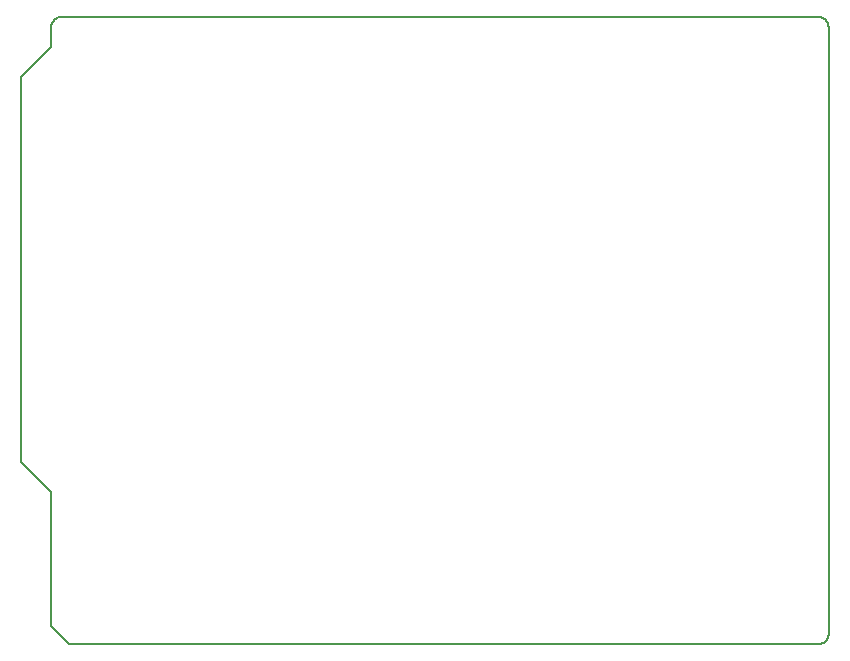
<source format=gm1>
G04 MADE WITH FRITZING*
G04 WWW.FRITZING.ORG*
G04 DOUBLE SIDED*
G04 HOLES PLATED*
G04 CONTOUR ON CENTER OF CONTOUR VECTOR*
%ASAXBY*%
%FSLAX23Y23*%
%MOIN*%
%OFA0B0*%
%SFA1.0B1.0*%
%ADD10C,0.008*%
%LNCONTOUR*%
G90*
G70*
G54D10*
X135Y2103D02*
X136Y2103D01*
X137Y2103D01*
X138Y2103D01*
X139Y2103D01*
X140Y2103D01*
X141Y2103D01*
X142Y2103D01*
X143Y2103D01*
X144Y2103D01*
X145Y2103D01*
X146Y2103D01*
X147Y2103D01*
X148Y2103D01*
X149Y2103D01*
X150Y2103D01*
X151Y2103D01*
X152Y2103D01*
X153Y2103D01*
X154Y2103D01*
X155Y2103D01*
X156Y2103D01*
X157Y2103D01*
X158Y2103D01*
X159Y2103D01*
X160Y2103D01*
X161Y2103D01*
X162Y2103D01*
X163Y2103D01*
X164Y2103D01*
X165Y2103D01*
X166Y2103D01*
X167Y2103D01*
X168Y2103D01*
X169Y2103D01*
X170Y2103D01*
X171Y2103D01*
X172Y2103D01*
X173Y2103D01*
X174Y2103D01*
X175Y2103D01*
X176Y2103D01*
X177Y2103D01*
X178Y2103D01*
X179Y2103D01*
X180Y2103D01*
X181Y2103D01*
X182Y2103D01*
X183Y2103D01*
X184Y2103D01*
X185Y2103D01*
X186Y2103D01*
X187Y2103D01*
X188Y2103D01*
X189Y2103D01*
X190Y2103D01*
X191Y2103D01*
X192Y2103D01*
X193Y2103D01*
X194Y2103D01*
X195Y2103D01*
X196Y2103D01*
X197Y2103D01*
X198Y2103D01*
X199Y2103D01*
X200Y2103D01*
X201Y2103D01*
X202Y2103D01*
X203Y2103D01*
X204Y2103D01*
X205Y2103D01*
X206Y2103D01*
X207Y2103D01*
X208Y2103D01*
X209Y2103D01*
X210Y2103D01*
X211Y2103D01*
X212Y2103D01*
X213Y2103D01*
X214Y2103D01*
X215Y2103D01*
X216Y2103D01*
X217Y2103D01*
X218Y2103D01*
X219Y2103D01*
X220Y2103D01*
X221Y2103D01*
X222Y2103D01*
X223Y2103D01*
X224Y2103D01*
X225Y2103D01*
X226Y2103D01*
X227Y2103D01*
X228Y2103D01*
X229Y2103D01*
X230Y2103D01*
X231Y2103D01*
X232Y2103D01*
X233Y2103D01*
X234Y2103D01*
X235Y2103D01*
X236Y2103D01*
X237Y2103D01*
X238Y2103D01*
X239Y2103D01*
X240Y2103D01*
X241Y2103D01*
X242Y2103D01*
X243Y2103D01*
X244Y2103D01*
X245Y2103D01*
X246Y2103D01*
X247Y2103D01*
X248Y2103D01*
X249Y2103D01*
X250Y2103D01*
X251Y2103D01*
X252Y2103D01*
X253Y2103D01*
X254Y2103D01*
X255Y2103D01*
X256Y2103D01*
X257Y2103D01*
X258Y2103D01*
X259Y2103D01*
X260Y2103D01*
X261Y2103D01*
X262Y2103D01*
X263Y2103D01*
X264Y2103D01*
X265Y2103D01*
X266Y2103D01*
X267Y2103D01*
X268Y2103D01*
X269Y2103D01*
X270Y2103D01*
X271Y2103D01*
X272Y2103D01*
X273Y2103D01*
X274Y2103D01*
X275Y2103D01*
X276Y2103D01*
X277Y2103D01*
X278Y2103D01*
X279Y2103D01*
X280Y2103D01*
X281Y2103D01*
X282Y2103D01*
X283Y2103D01*
X284Y2103D01*
X285Y2103D01*
X286Y2103D01*
X287Y2103D01*
X288Y2103D01*
X289Y2103D01*
X290Y2103D01*
X291Y2103D01*
X292Y2103D01*
X293Y2103D01*
X294Y2103D01*
X295Y2103D01*
X296Y2103D01*
X297Y2103D01*
X298Y2103D01*
X299Y2103D01*
X300Y2103D01*
X301Y2103D01*
X302Y2103D01*
X303Y2103D01*
X304Y2103D01*
X305Y2103D01*
X306Y2103D01*
X307Y2103D01*
X308Y2103D01*
X309Y2103D01*
X310Y2103D01*
X311Y2103D01*
X312Y2103D01*
X313Y2103D01*
X314Y2103D01*
X315Y2103D01*
X316Y2103D01*
X317Y2103D01*
X318Y2103D01*
X319Y2103D01*
X320Y2103D01*
X321Y2103D01*
X322Y2103D01*
X323Y2103D01*
X324Y2103D01*
X325Y2103D01*
X326Y2103D01*
X327Y2103D01*
X328Y2103D01*
X329Y2103D01*
X330Y2103D01*
X331Y2103D01*
X332Y2103D01*
X333Y2103D01*
X334Y2103D01*
X335Y2103D01*
X336Y2103D01*
X337Y2103D01*
X338Y2103D01*
X339Y2103D01*
X340Y2103D01*
X341Y2103D01*
X342Y2103D01*
X343Y2103D01*
X344Y2103D01*
X345Y2103D01*
X346Y2103D01*
X347Y2103D01*
X348Y2103D01*
X349Y2103D01*
X350Y2103D01*
X351Y2103D01*
X352Y2103D01*
X353Y2103D01*
X354Y2103D01*
X355Y2103D01*
X356Y2103D01*
X357Y2103D01*
X358Y2103D01*
X359Y2103D01*
X360Y2103D01*
X361Y2103D01*
X362Y2103D01*
X363Y2103D01*
X364Y2103D01*
X365Y2103D01*
X366Y2103D01*
X367Y2103D01*
X368Y2103D01*
X369Y2103D01*
X370Y2103D01*
X371Y2103D01*
X372Y2103D01*
X373Y2103D01*
X374Y2103D01*
X375Y2103D01*
X376Y2103D01*
X377Y2103D01*
X378Y2103D01*
X379Y2103D01*
X380Y2103D01*
X381Y2103D01*
X382Y2103D01*
X383Y2103D01*
X384Y2103D01*
X385Y2103D01*
X386Y2103D01*
X387Y2103D01*
X388Y2103D01*
X389Y2103D01*
X390Y2103D01*
X391Y2103D01*
X392Y2103D01*
X393Y2103D01*
X394Y2103D01*
X395Y2103D01*
X396Y2103D01*
X397Y2103D01*
X398Y2103D01*
X399Y2103D01*
X400Y2103D01*
X401Y2103D01*
X402Y2103D01*
X403Y2103D01*
X404Y2103D01*
X405Y2103D01*
X406Y2103D01*
X407Y2103D01*
X408Y2103D01*
X409Y2103D01*
X410Y2103D01*
X411Y2103D01*
X412Y2103D01*
X413Y2103D01*
X414Y2103D01*
X415Y2103D01*
X416Y2103D01*
X417Y2103D01*
X418Y2103D01*
X419Y2103D01*
X420Y2103D01*
X421Y2103D01*
X422Y2103D01*
X423Y2103D01*
X424Y2103D01*
X425Y2103D01*
X426Y2103D01*
X427Y2103D01*
X428Y2103D01*
X429Y2103D01*
X430Y2103D01*
X431Y2103D01*
X432Y2103D01*
X433Y2103D01*
X434Y2103D01*
X435Y2103D01*
X436Y2103D01*
X437Y2103D01*
X438Y2103D01*
X439Y2103D01*
X440Y2103D01*
X441Y2103D01*
X442Y2103D01*
X443Y2103D01*
X444Y2103D01*
X445Y2103D01*
X446Y2103D01*
X447Y2103D01*
X448Y2103D01*
X449Y2103D01*
X450Y2103D01*
X451Y2103D01*
X452Y2103D01*
X453Y2103D01*
X454Y2103D01*
X455Y2103D01*
X456Y2103D01*
X457Y2103D01*
X458Y2103D01*
X459Y2103D01*
X460Y2103D01*
X461Y2103D01*
X462Y2103D01*
X463Y2103D01*
X464Y2103D01*
X465Y2103D01*
X466Y2103D01*
X467Y2103D01*
X468Y2103D01*
X469Y2103D01*
X470Y2103D01*
X471Y2103D01*
X472Y2103D01*
X473Y2103D01*
X474Y2103D01*
X475Y2103D01*
X476Y2103D01*
X477Y2103D01*
X478Y2103D01*
X479Y2103D01*
X480Y2103D01*
X481Y2103D01*
X482Y2103D01*
X483Y2103D01*
X484Y2103D01*
X485Y2103D01*
X486Y2103D01*
X487Y2103D01*
X488Y2103D01*
X489Y2103D01*
X490Y2103D01*
X491Y2103D01*
X492Y2103D01*
X493Y2103D01*
X494Y2103D01*
X495Y2103D01*
X496Y2103D01*
X497Y2103D01*
X498Y2103D01*
X499Y2103D01*
X500Y2103D01*
X501Y2103D01*
X502Y2103D01*
X503Y2103D01*
X504Y2103D01*
X505Y2103D01*
X506Y2103D01*
X507Y2103D01*
X508Y2103D01*
X509Y2103D01*
X510Y2103D01*
X511Y2103D01*
X512Y2103D01*
X513Y2103D01*
X514Y2103D01*
X515Y2103D01*
X516Y2103D01*
X517Y2103D01*
X518Y2103D01*
X519Y2103D01*
X520Y2103D01*
X521Y2103D01*
X522Y2103D01*
X523Y2103D01*
X524Y2103D01*
X525Y2103D01*
X526Y2103D01*
X527Y2103D01*
X528Y2103D01*
X529Y2103D01*
X530Y2103D01*
X531Y2103D01*
X532Y2103D01*
X533Y2103D01*
X534Y2103D01*
X535Y2103D01*
X536Y2103D01*
X537Y2103D01*
X538Y2103D01*
X539Y2103D01*
X540Y2103D01*
X541Y2103D01*
X542Y2103D01*
X543Y2103D01*
X544Y2103D01*
X545Y2103D01*
X546Y2103D01*
X547Y2103D01*
X548Y2103D01*
X549Y2103D01*
X550Y2103D01*
X551Y2103D01*
X552Y2103D01*
X553Y2103D01*
X554Y2103D01*
X555Y2103D01*
X556Y2103D01*
X557Y2103D01*
X558Y2103D01*
X559Y2103D01*
X560Y2103D01*
X561Y2103D01*
X562Y2103D01*
X563Y2103D01*
X564Y2103D01*
X565Y2103D01*
X566Y2103D01*
X567Y2103D01*
X568Y2103D01*
X569Y2103D01*
X570Y2103D01*
X571Y2103D01*
X572Y2103D01*
X573Y2103D01*
X574Y2103D01*
X575Y2103D01*
X576Y2103D01*
X577Y2103D01*
X578Y2103D01*
X579Y2103D01*
X580Y2103D01*
X581Y2103D01*
X582Y2103D01*
X583Y2103D01*
X584Y2103D01*
X585Y2103D01*
X586Y2103D01*
X587Y2103D01*
X588Y2103D01*
X589Y2103D01*
X590Y2103D01*
X591Y2103D01*
X592Y2103D01*
X593Y2103D01*
X594Y2103D01*
X595Y2103D01*
X596Y2103D01*
X597Y2103D01*
X598Y2103D01*
X599Y2103D01*
X600Y2103D01*
X601Y2103D01*
X602Y2103D01*
X603Y2103D01*
X604Y2103D01*
X605Y2103D01*
X606Y2103D01*
X607Y2103D01*
X608Y2103D01*
X609Y2103D01*
X610Y2103D01*
X611Y2103D01*
X612Y2103D01*
X613Y2103D01*
X614Y2103D01*
X615Y2103D01*
X616Y2103D01*
X617Y2103D01*
X618Y2103D01*
X619Y2103D01*
X620Y2103D01*
X621Y2103D01*
X622Y2103D01*
X623Y2103D01*
X624Y2103D01*
X625Y2103D01*
X626Y2103D01*
X627Y2103D01*
X628Y2103D01*
X629Y2103D01*
X630Y2103D01*
X631Y2103D01*
X632Y2103D01*
X633Y2103D01*
X634Y2103D01*
X635Y2103D01*
X636Y2103D01*
X637Y2103D01*
X638Y2103D01*
X639Y2103D01*
X640Y2103D01*
X641Y2103D01*
X642Y2103D01*
X643Y2103D01*
X644Y2103D01*
X645Y2103D01*
X646Y2103D01*
X647Y2103D01*
X648Y2103D01*
X649Y2103D01*
X650Y2103D01*
X651Y2103D01*
X652Y2103D01*
X653Y2103D01*
X654Y2103D01*
X655Y2103D01*
X656Y2103D01*
X657Y2103D01*
X658Y2103D01*
X659Y2103D01*
X660Y2103D01*
X661Y2103D01*
X662Y2103D01*
X663Y2103D01*
X664Y2103D01*
X665Y2103D01*
X666Y2103D01*
X667Y2103D01*
X668Y2103D01*
X669Y2103D01*
X670Y2103D01*
X671Y2103D01*
X672Y2103D01*
X673Y2103D01*
X674Y2103D01*
X675Y2103D01*
X676Y2103D01*
X677Y2103D01*
X678Y2103D01*
X679Y2103D01*
X680Y2103D01*
X681Y2103D01*
X682Y2103D01*
X683Y2103D01*
X684Y2103D01*
X685Y2103D01*
X686Y2103D01*
X687Y2103D01*
X688Y2103D01*
X689Y2103D01*
X690Y2103D01*
X691Y2103D01*
X692Y2103D01*
X693Y2103D01*
X694Y2103D01*
X695Y2103D01*
X696Y2103D01*
X697Y2103D01*
X698Y2103D01*
X699Y2103D01*
X700Y2103D01*
X701Y2103D01*
X702Y2103D01*
X703Y2103D01*
X704Y2103D01*
X705Y2103D01*
X706Y2103D01*
X707Y2103D01*
X708Y2103D01*
X709Y2103D01*
X710Y2103D01*
X711Y2103D01*
X712Y2103D01*
X713Y2103D01*
X714Y2103D01*
X715Y2103D01*
X716Y2103D01*
X717Y2103D01*
X718Y2103D01*
X719Y2103D01*
X720Y2103D01*
X721Y2103D01*
X722Y2103D01*
X723Y2103D01*
X724Y2103D01*
X725Y2103D01*
X726Y2103D01*
X727Y2103D01*
X728Y2103D01*
X729Y2103D01*
X730Y2103D01*
X731Y2103D01*
X732Y2103D01*
X733Y2103D01*
X734Y2103D01*
X735Y2103D01*
X736Y2103D01*
X737Y2103D01*
X738Y2103D01*
X739Y2103D01*
X740Y2103D01*
X741Y2103D01*
X742Y2103D01*
X743Y2103D01*
X744Y2103D01*
X745Y2103D01*
X746Y2103D01*
X747Y2103D01*
X748Y2103D01*
X749Y2103D01*
X750Y2103D01*
X751Y2103D01*
X752Y2103D01*
X753Y2103D01*
X754Y2103D01*
X755Y2103D01*
X756Y2103D01*
X757Y2103D01*
X758Y2103D01*
X759Y2103D01*
X760Y2103D01*
X761Y2103D01*
X762Y2103D01*
X763Y2103D01*
X764Y2103D01*
X765Y2103D01*
X766Y2103D01*
X767Y2103D01*
X768Y2103D01*
X769Y2103D01*
X770Y2103D01*
X771Y2103D01*
X772Y2103D01*
X773Y2103D01*
X774Y2103D01*
X775Y2103D01*
X776Y2103D01*
X777Y2103D01*
X778Y2103D01*
X779Y2103D01*
X780Y2103D01*
X781Y2103D01*
X782Y2103D01*
X783Y2103D01*
X784Y2103D01*
X785Y2103D01*
X786Y2103D01*
X787Y2103D01*
X788Y2103D01*
X789Y2103D01*
X790Y2103D01*
X791Y2103D01*
X792Y2103D01*
X793Y2103D01*
X794Y2103D01*
X795Y2103D01*
X796Y2103D01*
X797Y2103D01*
X798Y2103D01*
X799Y2103D01*
X800Y2103D01*
X801Y2103D01*
X802Y2103D01*
X803Y2103D01*
X804Y2103D01*
X805Y2103D01*
X806Y2103D01*
X807Y2103D01*
X808Y2103D01*
X809Y2103D01*
X810Y2103D01*
X811Y2103D01*
X812Y2103D01*
X813Y2103D01*
X814Y2103D01*
X815Y2103D01*
X816Y2103D01*
X817Y2103D01*
X818Y2103D01*
X819Y2103D01*
X820Y2103D01*
X821Y2103D01*
X822Y2103D01*
X823Y2103D01*
X824Y2103D01*
X825Y2103D01*
X826Y2103D01*
X827Y2103D01*
X828Y2103D01*
X829Y2103D01*
X830Y2103D01*
X831Y2103D01*
X832Y2103D01*
X833Y2103D01*
X834Y2103D01*
X835Y2103D01*
X836Y2103D01*
X837Y2103D01*
X838Y2103D01*
X839Y2103D01*
X840Y2103D01*
X841Y2103D01*
X842Y2103D01*
X843Y2103D01*
X844Y2103D01*
X845Y2103D01*
X846Y2103D01*
X847Y2103D01*
X848Y2103D01*
X849Y2103D01*
X850Y2103D01*
X851Y2103D01*
X852Y2103D01*
X853Y2103D01*
X854Y2103D01*
X855Y2103D01*
X856Y2103D01*
X857Y2103D01*
X858Y2103D01*
X859Y2103D01*
X860Y2103D01*
X861Y2103D01*
X862Y2103D01*
X863Y2103D01*
X864Y2103D01*
X865Y2103D01*
X866Y2103D01*
X867Y2103D01*
X868Y2103D01*
X869Y2103D01*
X870Y2103D01*
X871Y2103D01*
X872Y2103D01*
X873Y2103D01*
X874Y2103D01*
X875Y2103D01*
X876Y2103D01*
X877Y2103D01*
X878Y2103D01*
X879Y2103D01*
X880Y2103D01*
X881Y2103D01*
X882Y2103D01*
X883Y2103D01*
X884Y2103D01*
X885Y2103D01*
X886Y2103D01*
X887Y2103D01*
X888Y2103D01*
X889Y2103D01*
X890Y2103D01*
X891Y2103D01*
X892Y2103D01*
X893Y2103D01*
X894Y2103D01*
X895Y2103D01*
X896Y2103D01*
X897Y2103D01*
X898Y2103D01*
X899Y2103D01*
X900Y2103D01*
X901Y2103D01*
X902Y2103D01*
X903Y2103D01*
X904Y2103D01*
X905Y2103D01*
X906Y2103D01*
X907Y2103D01*
X908Y2103D01*
X909Y2103D01*
X910Y2103D01*
X911Y2103D01*
X912Y2103D01*
X913Y2103D01*
X914Y2103D01*
X915Y2103D01*
X916Y2103D01*
X917Y2103D01*
X918Y2103D01*
X919Y2103D01*
X920Y2103D01*
X921Y2103D01*
X922Y2103D01*
X923Y2103D01*
X924Y2103D01*
X925Y2103D01*
X926Y2103D01*
X927Y2103D01*
X928Y2103D01*
X929Y2103D01*
X930Y2103D01*
X931Y2103D01*
X932Y2103D01*
X933Y2103D01*
X934Y2103D01*
X935Y2103D01*
X936Y2103D01*
X937Y2103D01*
X938Y2103D01*
X939Y2103D01*
X940Y2103D01*
X941Y2103D01*
X942Y2103D01*
X943Y2103D01*
X944Y2103D01*
X945Y2103D01*
X946Y2103D01*
X947Y2103D01*
X948Y2103D01*
X949Y2103D01*
X950Y2103D01*
X951Y2103D01*
X952Y2103D01*
X953Y2103D01*
X954Y2103D01*
X955Y2103D01*
X956Y2103D01*
X957Y2103D01*
X958Y2103D01*
X959Y2103D01*
X960Y2103D01*
X961Y2103D01*
X962Y2103D01*
X963Y2103D01*
X964Y2103D01*
X965Y2103D01*
X966Y2103D01*
X967Y2103D01*
X968Y2103D01*
X969Y2103D01*
X970Y2103D01*
X971Y2103D01*
X972Y2103D01*
X973Y2103D01*
X974Y2103D01*
X975Y2103D01*
X976Y2103D01*
X977Y2103D01*
X978Y2103D01*
X979Y2103D01*
X980Y2103D01*
X981Y2103D01*
X982Y2103D01*
X983Y2103D01*
X984Y2103D01*
X985Y2103D01*
X986Y2103D01*
X987Y2103D01*
X988Y2103D01*
X989Y2103D01*
X990Y2103D01*
X991Y2103D01*
X992Y2103D01*
X993Y2103D01*
X994Y2103D01*
X995Y2103D01*
X996Y2103D01*
X997Y2103D01*
X998Y2103D01*
X999Y2103D01*
X1000Y2103D01*
X1001Y2103D01*
X1002Y2103D01*
X1003Y2103D01*
X1004Y2103D01*
X1005Y2103D01*
X1006Y2103D01*
X1007Y2103D01*
X1008Y2103D01*
X1009Y2103D01*
X1010Y2103D01*
X1011Y2103D01*
X1012Y2103D01*
X1013Y2103D01*
X1014Y2103D01*
X1015Y2103D01*
X1016Y2103D01*
X1017Y2103D01*
X1018Y2103D01*
X1019Y2103D01*
X1020Y2103D01*
X1021Y2103D01*
X1022Y2103D01*
X1023Y2103D01*
X1024Y2103D01*
X1025Y2103D01*
X1026Y2103D01*
X1027Y2103D01*
X1028Y2103D01*
X1029Y2103D01*
X1030Y2103D01*
X1031Y2103D01*
X1032Y2103D01*
X1033Y2103D01*
X1034Y2103D01*
X1035Y2103D01*
X1036Y2103D01*
X1037Y2103D01*
X1038Y2103D01*
X1039Y2103D01*
X1040Y2103D01*
X1041Y2103D01*
X1042Y2103D01*
X1043Y2103D01*
X1044Y2103D01*
X1045Y2103D01*
X1046Y2103D01*
X1047Y2103D01*
X1048Y2103D01*
X1049Y2103D01*
X1050Y2103D01*
X1051Y2103D01*
X1052Y2103D01*
X1053Y2103D01*
X1054Y2103D01*
X1055Y2103D01*
X1056Y2103D01*
X1057Y2103D01*
X1058Y2103D01*
X1059Y2103D01*
X1060Y2103D01*
X1061Y2103D01*
X1062Y2103D01*
X1063Y2103D01*
X1064Y2103D01*
X1065Y2103D01*
X1066Y2103D01*
X1067Y2103D01*
X1068Y2103D01*
X1069Y2103D01*
X1070Y2103D01*
X1071Y2103D01*
X1072Y2103D01*
X1073Y2103D01*
X1074Y2103D01*
X1075Y2103D01*
X1076Y2103D01*
X1077Y2103D01*
X1078Y2103D01*
X1079Y2103D01*
X1080Y2103D01*
X1081Y2103D01*
X1082Y2103D01*
X1083Y2103D01*
X1084Y2103D01*
X1085Y2103D01*
X1086Y2103D01*
X1087Y2103D01*
X1088Y2103D01*
X1089Y2103D01*
X1090Y2103D01*
X1091Y2103D01*
X1092Y2103D01*
X1093Y2103D01*
X1094Y2103D01*
X1095Y2103D01*
X1096Y2103D01*
X1097Y2103D01*
X1098Y2103D01*
X1099Y2103D01*
X1100Y2103D01*
X1101Y2103D01*
X1102Y2103D01*
X1103Y2103D01*
X1104Y2103D01*
X1105Y2103D01*
X1106Y2103D01*
X1107Y2103D01*
X1108Y2103D01*
X1109Y2103D01*
X1110Y2103D01*
X1111Y2103D01*
X1112Y2103D01*
X1113Y2103D01*
X1114Y2103D01*
X1115Y2103D01*
X1116Y2103D01*
X1117Y2103D01*
X1118Y2103D01*
X1119Y2103D01*
X1120Y2103D01*
X1121Y2103D01*
X1122Y2103D01*
X1123Y2103D01*
X1124Y2103D01*
X1125Y2103D01*
X1126Y2103D01*
X1127Y2103D01*
X1128Y2103D01*
X1129Y2103D01*
X1130Y2103D01*
X1131Y2103D01*
X1132Y2103D01*
X1133Y2103D01*
X1134Y2103D01*
X1135Y2103D01*
X1136Y2103D01*
X1137Y2103D01*
X1138Y2103D01*
X1139Y2103D01*
X1140Y2103D01*
X1141Y2103D01*
X1142Y2103D01*
X1143Y2103D01*
X1144Y2103D01*
X1145Y2103D01*
X1146Y2103D01*
X1147Y2103D01*
X1148Y2103D01*
X1149Y2103D01*
X1150Y2103D01*
X1151Y2103D01*
X1152Y2103D01*
X1153Y2103D01*
X1154Y2103D01*
X1155Y2103D01*
X1156Y2103D01*
X1157Y2103D01*
X1158Y2103D01*
X1159Y2103D01*
X1160Y2103D01*
X1161Y2103D01*
X1162Y2103D01*
X1163Y2103D01*
X1164Y2103D01*
X1165Y2103D01*
X1166Y2103D01*
X1167Y2103D01*
X1168Y2103D01*
X1169Y2103D01*
X1170Y2103D01*
X1171Y2103D01*
X1172Y2103D01*
X1173Y2103D01*
X1174Y2103D01*
X1175Y2103D01*
X1176Y2103D01*
X1177Y2103D01*
X1178Y2103D01*
X1179Y2103D01*
X1180Y2103D01*
X1181Y2103D01*
X1182Y2103D01*
X1183Y2103D01*
X1184Y2103D01*
X1185Y2103D01*
X1186Y2103D01*
X1187Y2103D01*
X1188Y2103D01*
X1189Y2103D01*
X1190Y2103D01*
X1191Y2103D01*
X1192Y2103D01*
X1193Y2103D01*
X1194Y2103D01*
X1195Y2103D01*
X1196Y2103D01*
X1197Y2103D01*
X1198Y2103D01*
X1199Y2103D01*
X1200Y2103D01*
X1201Y2103D01*
X1202Y2103D01*
X1203Y2103D01*
X1204Y2103D01*
X1205Y2103D01*
X1206Y2103D01*
X1207Y2103D01*
X1208Y2103D01*
X1209Y2103D01*
X1210Y2103D01*
X1211Y2103D01*
X1212Y2103D01*
X1213Y2103D01*
X1214Y2103D01*
X1215Y2103D01*
X1216Y2103D01*
X1217Y2103D01*
X1218Y2103D01*
X1219Y2103D01*
X1220Y2103D01*
X1221Y2103D01*
X1222Y2103D01*
X1223Y2103D01*
X1224Y2103D01*
X1225Y2103D01*
X1226Y2103D01*
X1227Y2103D01*
X1228Y2103D01*
X1229Y2103D01*
X1230Y2103D01*
X1231Y2103D01*
X1232Y2103D01*
X1233Y2103D01*
X1234Y2103D01*
X1235Y2103D01*
X1236Y2103D01*
X1237Y2103D01*
X1238Y2103D01*
X1239Y2103D01*
X1240Y2103D01*
X1241Y2103D01*
X1242Y2103D01*
X1243Y2103D01*
X1244Y2103D01*
X1245Y2103D01*
X1246Y2103D01*
X1247Y2103D01*
X1248Y2103D01*
X1249Y2103D01*
X1250Y2103D01*
X1251Y2103D01*
X1252Y2103D01*
X1253Y2103D01*
X1254Y2103D01*
X1255Y2103D01*
X1256Y2103D01*
X1257Y2103D01*
X1258Y2103D01*
X1259Y2103D01*
X1260Y2103D01*
X1261Y2103D01*
X1262Y2103D01*
X1263Y2103D01*
X1264Y2103D01*
X1265Y2103D01*
X1266Y2103D01*
X1267Y2103D01*
X1268Y2103D01*
X1269Y2103D01*
X1270Y2103D01*
X1271Y2103D01*
X1272Y2103D01*
X1273Y2103D01*
X1274Y2103D01*
X1275Y2103D01*
X1276Y2103D01*
X1277Y2103D01*
X1278Y2103D01*
X1279Y2103D01*
X1280Y2103D01*
X1281Y2103D01*
X1282Y2103D01*
X1283Y2103D01*
X1284Y2103D01*
X1285Y2103D01*
X1286Y2103D01*
X1287Y2103D01*
X1288Y2103D01*
X1289Y2103D01*
X1290Y2103D01*
X1291Y2103D01*
X1292Y2103D01*
X1293Y2103D01*
X1294Y2103D01*
X1295Y2103D01*
X1296Y2103D01*
X1297Y2103D01*
X1298Y2103D01*
X1299Y2103D01*
X1300Y2103D01*
X1301Y2103D01*
X1302Y2103D01*
X1303Y2103D01*
X1304Y2103D01*
X1305Y2103D01*
X1306Y2103D01*
X1307Y2103D01*
X1308Y2103D01*
X1309Y2103D01*
X1310Y2103D01*
X1311Y2103D01*
X1312Y2103D01*
X1313Y2103D01*
X1314Y2103D01*
X1315Y2103D01*
X1316Y2103D01*
X1317Y2103D01*
X1318Y2103D01*
X1319Y2103D01*
X1320Y2103D01*
X1321Y2103D01*
X1322Y2103D01*
X1323Y2103D01*
X1324Y2103D01*
X1325Y2103D01*
X1326Y2103D01*
X1327Y2103D01*
X1328Y2103D01*
X1329Y2103D01*
X1330Y2103D01*
X1331Y2103D01*
X1332Y2103D01*
X1333Y2103D01*
X1334Y2103D01*
X1335Y2103D01*
X1336Y2103D01*
X1337Y2103D01*
X1338Y2103D01*
X1339Y2103D01*
X1340Y2103D01*
X1341Y2103D01*
X1342Y2103D01*
X1343Y2103D01*
X1344Y2103D01*
X1345Y2103D01*
X1346Y2103D01*
X1347Y2103D01*
X1348Y2103D01*
X1349Y2103D01*
X1350Y2103D01*
X1351Y2103D01*
X1352Y2103D01*
X1353Y2103D01*
X1354Y2103D01*
X1355Y2103D01*
X1356Y2103D01*
X1357Y2103D01*
X1358Y2103D01*
X1359Y2103D01*
X1360Y2103D01*
X1361Y2103D01*
X1362Y2103D01*
X1363Y2103D01*
X1364Y2103D01*
X1365Y2103D01*
X1366Y2103D01*
X1367Y2103D01*
X1368Y2103D01*
X1369Y2103D01*
X1370Y2103D01*
X1371Y2103D01*
X1372Y2103D01*
X1373Y2103D01*
X1374Y2103D01*
X1375Y2103D01*
X1376Y2103D01*
X1377Y2103D01*
X1378Y2103D01*
X1379Y2103D01*
X1380Y2103D01*
X1381Y2103D01*
X1382Y2103D01*
X1383Y2103D01*
X1384Y2103D01*
X1385Y2103D01*
X1386Y2103D01*
X1387Y2103D01*
X1388Y2103D01*
X1389Y2103D01*
X1390Y2103D01*
X1391Y2103D01*
X1392Y2103D01*
X1393Y2103D01*
X1394Y2103D01*
X1395Y2103D01*
X1396Y2103D01*
X1397Y2103D01*
X1398Y2103D01*
X1399Y2103D01*
X1400Y2103D01*
X1401Y2103D01*
X1402Y2103D01*
X1403Y2103D01*
X1404Y2103D01*
X1405Y2103D01*
X1406Y2103D01*
X1407Y2103D01*
X1408Y2103D01*
X1409Y2103D01*
X1410Y2103D01*
X1411Y2103D01*
X1412Y2103D01*
X1413Y2103D01*
X1414Y2103D01*
X1415Y2103D01*
X1416Y2103D01*
X1417Y2103D01*
X1418Y2103D01*
X1419Y2103D01*
X1420Y2103D01*
X1421Y2103D01*
X1422Y2103D01*
X1423Y2103D01*
X1424Y2103D01*
X1425Y2103D01*
X1426Y2103D01*
X1427Y2103D01*
X1428Y2103D01*
X1429Y2103D01*
X1430Y2103D01*
X1431Y2103D01*
X1432Y2103D01*
X1433Y2103D01*
X1434Y2103D01*
X1435Y2103D01*
X1436Y2103D01*
X1437Y2103D01*
X1438Y2103D01*
X1439Y2103D01*
X1440Y2103D01*
X1441Y2103D01*
X1442Y2103D01*
X1443Y2103D01*
X1444Y2103D01*
X1445Y2103D01*
X1446Y2103D01*
X1447Y2103D01*
X1448Y2103D01*
X1449Y2103D01*
X1450Y2103D01*
X1451Y2103D01*
X1452Y2103D01*
X1453Y2103D01*
X1454Y2103D01*
X1455Y2103D01*
X1456Y2103D01*
X1457Y2103D01*
X1458Y2103D01*
X1459Y2103D01*
X1460Y2103D01*
X1461Y2103D01*
X1462Y2103D01*
X1463Y2103D01*
X1464Y2103D01*
X1465Y2103D01*
X1466Y2103D01*
X1467Y2103D01*
X1468Y2103D01*
X1469Y2103D01*
X1470Y2103D01*
X1471Y2103D01*
X1472Y2103D01*
X1473Y2103D01*
X1474Y2103D01*
X1475Y2103D01*
X1476Y2103D01*
X1477Y2103D01*
X1478Y2103D01*
X1479Y2103D01*
X1480Y2103D01*
X1481Y2103D01*
X1482Y2103D01*
X1483Y2103D01*
X1484Y2103D01*
X1485Y2103D01*
X1486Y2103D01*
X1487Y2103D01*
X1488Y2103D01*
X1489Y2103D01*
X1490Y2103D01*
X1491Y2103D01*
X1492Y2103D01*
X1493Y2103D01*
X1494Y2103D01*
X1495Y2103D01*
X1496Y2103D01*
X1497Y2103D01*
X1498Y2103D01*
X1499Y2103D01*
X1500Y2103D01*
X1501Y2103D01*
X1502Y2103D01*
X1503Y2103D01*
X1504Y2103D01*
X1505Y2103D01*
X1506Y2103D01*
X1507Y2103D01*
X1508Y2103D01*
X1509Y2103D01*
X1510Y2103D01*
X1511Y2103D01*
X1512Y2103D01*
X1513Y2103D01*
X1514Y2103D01*
X1515Y2103D01*
X1516Y2103D01*
X1517Y2103D01*
X1518Y2103D01*
X1519Y2103D01*
X1520Y2103D01*
X1521Y2103D01*
X1522Y2103D01*
X1523Y2103D01*
X1524Y2103D01*
X1525Y2103D01*
X1526Y2103D01*
X1527Y2103D01*
X1528Y2103D01*
X1529Y2103D01*
X1530Y2103D01*
X1531Y2103D01*
X1532Y2103D01*
X1533Y2103D01*
X1534Y2103D01*
X1535Y2103D01*
X1536Y2103D01*
X1537Y2103D01*
X1538Y2103D01*
X1539Y2103D01*
X1540Y2103D01*
X1541Y2103D01*
X1542Y2103D01*
X1543Y2103D01*
X1544Y2103D01*
X1545Y2103D01*
X1546Y2103D01*
X1547Y2103D01*
X1548Y2103D01*
X1549Y2103D01*
X1550Y2103D01*
X1551Y2103D01*
X1552Y2103D01*
X1553Y2103D01*
X1554Y2103D01*
X1555Y2103D01*
X1556Y2103D01*
X1557Y2103D01*
X1558Y2103D01*
X1559Y2103D01*
X1560Y2103D01*
X1561Y2103D01*
X1562Y2103D01*
X1563Y2103D01*
X1564Y2103D01*
X1565Y2103D01*
X1566Y2103D01*
X1567Y2103D01*
X1568Y2103D01*
X1569Y2103D01*
X1570Y2103D01*
X1571Y2103D01*
X1572Y2103D01*
X1573Y2103D01*
X1574Y2103D01*
X1575Y2103D01*
X1576Y2103D01*
X1577Y2103D01*
X1578Y2103D01*
X1579Y2103D01*
X1580Y2103D01*
X1581Y2103D01*
X1582Y2103D01*
X1583Y2103D01*
X1584Y2103D01*
X1585Y2103D01*
X1586Y2103D01*
X1587Y2103D01*
X1588Y2103D01*
X1589Y2103D01*
X1590Y2103D01*
X1591Y2103D01*
X1592Y2103D01*
X1593Y2103D01*
X1594Y2103D01*
X1595Y2103D01*
X1596Y2103D01*
X1597Y2103D01*
X1598Y2103D01*
X1599Y2103D01*
X1600Y2103D01*
X1601Y2103D01*
X1602Y2103D01*
X1603Y2103D01*
X1604Y2103D01*
X1605Y2103D01*
X1606Y2103D01*
X1607Y2103D01*
X1608Y2103D01*
X1609Y2103D01*
X1610Y2103D01*
X1611Y2103D01*
X1612Y2103D01*
X1613Y2103D01*
X1614Y2103D01*
X1615Y2103D01*
X1616Y2103D01*
X1617Y2103D01*
X1618Y2103D01*
X1619Y2103D01*
X1620Y2103D01*
X1621Y2103D01*
X1622Y2103D01*
X1623Y2103D01*
X1624Y2103D01*
X1625Y2103D01*
X1626Y2103D01*
X1627Y2103D01*
X1628Y2103D01*
X1629Y2103D01*
X1630Y2103D01*
X1631Y2103D01*
X1632Y2103D01*
X1633Y2103D01*
X1634Y2103D01*
X1635Y2103D01*
X1636Y2103D01*
X1637Y2103D01*
X1638Y2103D01*
X1639Y2103D01*
X1640Y2103D01*
X1641Y2103D01*
X1642Y2103D01*
X1643Y2103D01*
X1644Y2103D01*
X1645Y2103D01*
X1646Y2103D01*
X1647Y2103D01*
X1648Y2103D01*
X1649Y2103D01*
X1650Y2103D01*
X1651Y2103D01*
X1652Y2103D01*
X1653Y2103D01*
X1654Y2103D01*
X1655Y2103D01*
X1656Y2103D01*
X1657Y2103D01*
X1658Y2103D01*
X1659Y2103D01*
X1660Y2103D01*
X1661Y2103D01*
X1662Y2103D01*
X1663Y2103D01*
X1664Y2103D01*
X1665Y2103D01*
X1666Y2103D01*
X1667Y2103D01*
X1668Y2103D01*
X1669Y2103D01*
X1670Y2103D01*
X1671Y2103D01*
X1672Y2103D01*
X1673Y2103D01*
X1674Y2103D01*
X1675Y2103D01*
X1676Y2103D01*
X1677Y2103D01*
X1678Y2103D01*
X1679Y2103D01*
X1680Y2103D01*
X1681Y2103D01*
X1682Y2103D01*
X1683Y2103D01*
X1684Y2103D01*
X1685Y2103D01*
X1686Y2103D01*
X1687Y2103D01*
X1688Y2103D01*
X1689Y2103D01*
X1690Y2103D01*
X1691Y2103D01*
X1692Y2103D01*
X1693Y2103D01*
X1694Y2103D01*
X1695Y2103D01*
X1696Y2103D01*
X1697Y2103D01*
X1698Y2103D01*
X1699Y2103D01*
X1700Y2103D01*
X1701Y2103D01*
X1702Y2103D01*
X1703Y2103D01*
X1704Y2103D01*
X1705Y2103D01*
X1706Y2103D01*
X1707Y2103D01*
X1708Y2103D01*
X1709Y2103D01*
X1710Y2103D01*
X1711Y2103D01*
X1712Y2103D01*
X1713Y2103D01*
X1714Y2103D01*
X1715Y2103D01*
X1716Y2103D01*
X1717Y2103D01*
X1718Y2103D01*
X1719Y2103D01*
X1720Y2103D01*
X1721Y2103D01*
X1722Y2103D01*
X1723Y2103D01*
X1724Y2103D01*
X1725Y2103D01*
X1726Y2103D01*
X1727Y2103D01*
X1728Y2103D01*
X1729Y2103D01*
X1730Y2103D01*
X1731Y2103D01*
X1732Y2103D01*
X1733Y2103D01*
X1734Y2103D01*
X1735Y2103D01*
X1736Y2103D01*
X1737Y2103D01*
X1738Y2103D01*
X1739Y2103D01*
X1740Y2103D01*
X1741Y2103D01*
X1742Y2103D01*
X1743Y2103D01*
X1744Y2103D01*
X1745Y2103D01*
X1746Y2103D01*
X1747Y2103D01*
X1748Y2103D01*
X1749Y2103D01*
X1750Y2103D01*
X1751Y2103D01*
X1752Y2103D01*
X1753Y2103D01*
X1754Y2103D01*
X1755Y2103D01*
X1756Y2103D01*
X1757Y2103D01*
X1758Y2103D01*
X1759Y2103D01*
X1760Y2103D01*
X1761Y2103D01*
X1762Y2103D01*
X1763Y2103D01*
X1764Y2103D01*
X1765Y2103D01*
X1766Y2103D01*
X1767Y2103D01*
X1768Y2103D01*
X1769Y2103D01*
X1770Y2103D01*
X1771Y2103D01*
X1772Y2103D01*
X1773Y2103D01*
X1774Y2103D01*
X1775Y2103D01*
X1776Y2103D01*
X1777Y2103D01*
X1778Y2103D01*
X1779Y2103D01*
X1780Y2103D01*
X1781Y2103D01*
X1782Y2103D01*
X1783Y2103D01*
X1784Y2103D01*
X1785Y2103D01*
X1786Y2103D01*
X1787Y2103D01*
X1788Y2103D01*
X1789Y2103D01*
X1790Y2103D01*
X1791Y2103D01*
X1792Y2103D01*
X1793Y2103D01*
X1794Y2103D01*
X1795Y2103D01*
X1796Y2103D01*
X1797Y2103D01*
X1798Y2103D01*
X1799Y2103D01*
X1800Y2103D01*
X1801Y2103D01*
X1802Y2103D01*
X1803Y2103D01*
X1804Y2103D01*
X1805Y2103D01*
X1806Y2103D01*
X1807Y2103D01*
X1808Y2103D01*
X1809Y2103D01*
X1810Y2103D01*
X1811Y2103D01*
X1812Y2103D01*
X1813Y2103D01*
X1814Y2103D01*
X1815Y2103D01*
X1816Y2103D01*
X1817Y2103D01*
X1818Y2103D01*
X1819Y2103D01*
X1820Y2103D01*
X1821Y2103D01*
X1822Y2103D01*
X1823Y2103D01*
X1824Y2103D01*
X1825Y2103D01*
X1826Y2103D01*
X1827Y2103D01*
X1828Y2103D01*
X1829Y2103D01*
X1830Y2103D01*
X1831Y2103D01*
X1832Y2103D01*
X1833Y2103D01*
X1834Y2103D01*
X1835Y2103D01*
X1836Y2103D01*
X1837Y2103D01*
X1838Y2103D01*
X1839Y2103D01*
X1840Y2103D01*
X1841Y2103D01*
X1842Y2103D01*
X1843Y2103D01*
X1844Y2103D01*
X1845Y2103D01*
X1846Y2103D01*
X1847Y2103D01*
X1848Y2103D01*
X1849Y2103D01*
X1850Y2103D01*
X1851Y2103D01*
X1852Y2103D01*
X1853Y2103D01*
X1854Y2103D01*
X1855Y2103D01*
X1856Y2103D01*
X1857Y2103D01*
X1858Y2103D01*
X1859Y2103D01*
X1860Y2103D01*
X1861Y2103D01*
X1862Y2103D01*
X1863Y2103D01*
X1864Y2103D01*
X1865Y2103D01*
X1866Y2103D01*
X1867Y2103D01*
X1868Y2103D01*
X1869Y2103D01*
X1870Y2103D01*
X1871Y2103D01*
X1872Y2103D01*
X1873Y2103D01*
X1874Y2103D01*
X1875Y2103D01*
X1876Y2103D01*
X1877Y2103D01*
X1878Y2103D01*
X1879Y2103D01*
X1880Y2103D01*
X1881Y2103D01*
X1882Y2103D01*
X1883Y2103D01*
X1884Y2103D01*
X1885Y2103D01*
X1886Y2103D01*
X1887Y2103D01*
X1888Y2103D01*
X1889Y2103D01*
X1890Y2103D01*
X1891Y2103D01*
X1892Y2103D01*
X1893Y2103D01*
X1894Y2103D01*
X1895Y2103D01*
X1896Y2103D01*
X1897Y2103D01*
X1898Y2103D01*
X1899Y2103D01*
X1900Y2103D01*
X1901Y2103D01*
X1902Y2103D01*
X1903Y2103D01*
X1904Y2103D01*
X1905Y2103D01*
X1906Y2103D01*
X1907Y2103D01*
X1908Y2103D01*
X1909Y2103D01*
X1910Y2103D01*
X1911Y2103D01*
X1912Y2103D01*
X1913Y2103D01*
X1914Y2103D01*
X1915Y2103D01*
X1916Y2103D01*
X1917Y2103D01*
X1918Y2103D01*
X1919Y2103D01*
X1920Y2103D01*
X1921Y2103D01*
X1922Y2103D01*
X1923Y2103D01*
X1924Y2103D01*
X1925Y2103D01*
X1926Y2103D01*
X1927Y2103D01*
X1928Y2103D01*
X1929Y2103D01*
X1930Y2103D01*
X1931Y2103D01*
X1932Y2103D01*
X1933Y2103D01*
X1934Y2103D01*
X1935Y2103D01*
X1936Y2103D01*
X1937Y2103D01*
X1938Y2103D01*
X1939Y2103D01*
X1940Y2103D01*
X1941Y2103D01*
X1942Y2103D01*
X1943Y2103D01*
X1944Y2103D01*
X1945Y2103D01*
X1946Y2103D01*
X1947Y2103D01*
X1948Y2103D01*
X1949Y2103D01*
X1950Y2103D01*
X1951Y2103D01*
X1952Y2103D01*
X1953Y2103D01*
X1954Y2103D01*
X1955Y2103D01*
X1956Y2103D01*
X1957Y2103D01*
X1958Y2103D01*
X1959Y2103D01*
X1960Y2103D01*
X1961Y2103D01*
X1962Y2103D01*
X1963Y2103D01*
X1964Y2103D01*
X1965Y2103D01*
X1966Y2103D01*
X1967Y2103D01*
X1968Y2103D01*
X1969Y2103D01*
X1970Y2103D01*
X1971Y2103D01*
X1972Y2103D01*
X1973Y2103D01*
X1974Y2103D01*
X1975Y2103D01*
X1976Y2103D01*
X1977Y2103D01*
X1978Y2103D01*
X1979Y2103D01*
X1980Y2103D01*
X1981Y2103D01*
X1982Y2103D01*
X1983Y2103D01*
X1984Y2103D01*
X1985Y2103D01*
X1986Y2103D01*
X1987Y2103D01*
X1988Y2103D01*
X1989Y2103D01*
X1990Y2103D01*
X1991Y2103D01*
X1992Y2103D01*
X1993Y2103D01*
X1994Y2103D01*
X1995Y2103D01*
X1996Y2103D01*
X1997Y2103D01*
X1998Y2103D01*
X1999Y2103D01*
X2000Y2103D01*
X2001Y2103D01*
X2002Y2103D01*
X2003Y2103D01*
X2004Y2103D01*
X2005Y2103D01*
X2006Y2103D01*
X2007Y2103D01*
X2008Y2103D01*
X2009Y2103D01*
X2010Y2103D01*
X2011Y2103D01*
X2012Y2103D01*
X2013Y2103D01*
X2014Y2103D01*
X2015Y2103D01*
X2016Y2103D01*
X2017Y2103D01*
X2018Y2103D01*
X2019Y2103D01*
X2020Y2103D01*
X2021Y2103D01*
X2022Y2103D01*
X2023Y2103D01*
X2024Y2103D01*
X2025Y2103D01*
X2026Y2103D01*
X2027Y2103D01*
X2028Y2103D01*
X2029Y2103D01*
X2030Y2103D01*
X2031Y2103D01*
X2032Y2103D01*
X2033Y2103D01*
X2034Y2103D01*
X2035Y2103D01*
X2036Y2103D01*
X2037Y2103D01*
X2038Y2103D01*
X2039Y2103D01*
X2040Y2103D01*
X2041Y2103D01*
X2042Y2103D01*
X2043Y2103D01*
X2044Y2103D01*
X2045Y2103D01*
X2046Y2103D01*
X2047Y2103D01*
X2048Y2103D01*
X2049Y2103D01*
X2050Y2103D01*
X2051Y2103D01*
X2052Y2103D01*
X2053Y2103D01*
X2054Y2103D01*
X2055Y2103D01*
X2056Y2103D01*
X2057Y2103D01*
X2058Y2103D01*
X2059Y2103D01*
X2060Y2103D01*
X2061Y2103D01*
X2062Y2103D01*
X2063Y2103D01*
X2064Y2103D01*
X2065Y2103D01*
X2066Y2103D01*
X2067Y2103D01*
X2068Y2103D01*
X2069Y2103D01*
X2070Y2103D01*
X2071Y2103D01*
X2072Y2103D01*
X2073Y2103D01*
X2074Y2103D01*
X2075Y2103D01*
X2076Y2103D01*
X2077Y2103D01*
X2078Y2103D01*
X2079Y2103D01*
X2080Y2103D01*
X2081Y2103D01*
X2082Y2103D01*
X2083Y2103D01*
X2084Y2103D01*
X2085Y2103D01*
X2086Y2103D01*
X2087Y2103D01*
X2088Y2103D01*
X2089Y2103D01*
X2090Y2103D01*
X2091Y2103D01*
X2092Y2103D01*
X2093Y2103D01*
X2094Y2103D01*
X2095Y2103D01*
X2096Y2103D01*
X2097Y2103D01*
X2098Y2103D01*
X2099Y2103D01*
X2100Y2103D01*
X2101Y2103D01*
X2102Y2103D01*
X2103Y2103D01*
X2104Y2103D01*
X2105Y2103D01*
X2106Y2103D01*
X2107Y2103D01*
X2108Y2103D01*
X2109Y2103D01*
X2110Y2103D01*
X2111Y2103D01*
X2112Y2103D01*
X2113Y2103D01*
X2114Y2103D01*
X2115Y2103D01*
X2116Y2103D01*
X2117Y2103D01*
X2118Y2103D01*
X2119Y2103D01*
X2120Y2103D01*
X2121Y2103D01*
X2122Y2103D01*
X2123Y2103D01*
X2124Y2103D01*
X2125Y2103D01*
X2126Y2103D01*
X2127Y2103D01*
X2128Y2103D01*
X2129Y2103D01*
X2130Y2103D01*
X2131Y2103D01*
X2132Y2103D01*
X2133Y2103D01*
X2134Y2103D01*
X2135Y2103D01*
X2136Y2103D01*
X2137Y2103D01*
X2138Y2103D01*
X2139Y2103D01*
X2140Y2103D01*
X2141Y2103D01*
X2142Y2103D01*
X2143Y2103D01*
X2144Y2103D01*
X2145Y2103D01*
X2146Y2103D01*
X2147Y2103D01*
X2148Y2103D01*
X2149Y2103D01*
X2150Y2103D01*
X2151Y2103D01*
X2152Y2103D01*
X2153Y2103D01*
X2154Y2103D01*
X2155Y2103D01*
X2156Y2103D01*
X2157Y2103D01*
X2158Y2103D01*
X2159Y2103D01*
X2160Y2103D01*
X2161Y2103D01*
X2162Y2103D01*
X2163Y2103D01*
X2164Y2103D01*
X2165Y2103D01*
X2166Y2103D01*
X2167Y2103D01*
X2168Y2103D01*
X2169Y2103D01*
X2170Y2103D01*
X2171Y2103D01*
X2172Y2103D01*
X2173Y2103D01*
X2174Y2103D01*
X2175Y2103D01*
X2176Y2103D01*
X2177Y2103D01*
X2178Y2103D01*
X2179Y2103D01*
X2180Y2103D01*
X2181Y2103D01*
X2182Y2103D01*
X2183Y2103D01*
X2184Y2103D01*
X2185Y2103D01*
X2186Y2103D01*
X2187Y2103D01*
X2188Y2103D01*
X2189Y2103D01*
X2190Y2103D01*
X2191Y2103D01*
X2192Y2103D01*
X2193Y2103D01*
X2194Y2103D01*
X2195Y2103D01*
X2196Y2103D01*
X2197Y2103D01*
X2198Y2103D01*
X2199Y2103D01*
X2200Y2103D01*
X2201Y2103D01*
X2202Y2103D01*
X2203Y2103D01*
X2204Y2103D01*
X2205Y2103D01*
X2206Y2103D01*
X2207Y2103D01*
X2208Y2103D01*
X2209Y2103D01*
X2210Y2103D01*
X2211Y2103D01*
X2212Y2103D01*
X2213Y2103D01*
X2214Y2103D01*
X2215Y2103D01*
X2216Y2103D01*
X2217Y2103D01*
X2218Y2103D01*
X2219Y2103D01*
X2220Y2103D01*
X2221Y2103D01*
X2222Y2103D01*
X2223Y2103D01*
X2224Y2103D01*
X2225Y2103D01*
X2226Y2103D01*
X2227Y2103D01*
X2228Y2103D01*
X2229Y2103D01*
X2230Y2103D01*
X2231Y2103D01*
X2232Y2103D01*
X2233Y2103D01*
X2234Y2103D01*
X2235Y2103D01*
X2236Y2103D01*
X2237Y2103D01*
X2238Y2103D01*
X2239Y2103D01*
X2240Y2103D01*
X2241Y2103D01*
X2242Y2103D01*
X2243Y2103D01*
X2244Y2103D01*
X2245Y2103D01*
X2246Y2103D01*
X2247Y2103D01*
X2248Y2103D01*
X2249Y2103D01*
X2250Y2103D01*
X2251Y2103D01*
X2252Y2103D01*
X2253Y2103D01*
X2254Y2103D01*
X2255Y2103D01*
X2256Y2103D01*
X2257Y2103D01*
X2258Y2103D01*
X2259Y2103D01*
X2260Y2103D01*
X2261Y2103D01*
X2262Y2103D01*
X2263Y2103D01*
X2264Y2103D01*
X2265Y2103D01*
X2266Y2103D01*
X2267Y2103D01*
X2268Y2103D01*
X2269Y2103D01*
X2270Y2103D01*
X2271Y2103D01*
X2272Y2103D01*
X2273Y2103D01*
X2274Y2103D01*
X2275Y2103D01*
X2276Y2103D01*
X2277Y2103D01*
X2278Y2103D01*
X2279Y2103D01*
X2280Y2103D01*
X2281Y2103D01*
X2282Y2103D01*
X2283Y2103D01*
X2284Y2103D01*
X2285Y2103D01*
X2286Y2103D01*
X2287Y2103D01*
X2288Y2103D01*
X2289Y2103D01*
X2290Y2103D01*
X2291Y2103D01*
X2292Y2103D01*
X2293Y2103D01*
X2294Y2103D01*
X2295Y2103D01*
X2296Y2103D01*
X2297Y2103D01*
X2298Y2103D01*
X2299Y2103D01*
X2300Y2103D01*
X2301Y2103D01*
X2302Y2103D01*
X2303Y2103D01*
X2304Y2103D01*
X2305Y2103D01*
X2306Y2103D01*
X2307Y2103D01*
X2308Y2103D01*
X2309Y2103D01*
X2310Y2103D01*
X2311Y2103D01*
X2312Y2103D01*
X2313Y2103D01*
X2314Y2103D01*
X2315Y2103D01*
X2316Y2103D01*
X2317Y2103D01*
X2318Y2103D01*
X2319Y2103D01*
X2320Y2103D01*
X2321Y2103D01*
X2322Y2103D01*
X2323Y2103D01*
X2324Y2103D01*
X2325Y2103D01*
X2326Y2103D01*
X2327Y2103D01*
X2328Y2103D01*
X2329Y2103D01*
X2330Y2103D01*
X2331Y2103D01*
X2332Y2103D01*
X2333Y2103D01*
X2334Y2103D01*
X2335Y2103D01*
X2336Y2103D01*
X2337Y2103D01*
X2338Y2103D01*
X2339Y2103D01*
X2340Y2103D01*
X2341Y2103D01*
X2342Y2103D01*
X2343Y2103D01*
X2344Y2103D01*
X2345Y2103D01*
X2346Y2103D01*
X2347Y2103D01*
X2348Y2103D01*
X2349Y2103D01*
X2350Y2103D01*
X2351Y2103D01*
X2352Y2103D01*
X2353Y2103D01*
X2354Y2103D01*
X2355Y2103D01*
X2356Y2103D01*
X2357Y2103D01*
X2358Y2103D01*
X2359Y2103D01*
X2360Y2103D01*
X2361Y2103D01*
X2362Y2103D01*
X2363Y2103D01*
X2364Y2103D01*
X2365Y2103D01*
X2366Y2103D01*
X2367Y2103D01*
X2368Y2103D01*
X2369Y2103D01*
X2370Y2103D01*
X2371Y2103D01*
X2372Y2103D01*
X2373Y2103D01*
X2374Y2103D01*
X2375Y2103D01*
X2376Y2103D01*
X2377Y2103D01*
X2378Y2103D01*
X2379Y2103D01*
X2380Y2103D01*
X2381Y2103D01*
X2382Y2103D01*
X2383Y2103D01*
X2384Y2103D01*
X2385Y2103D01*
X2386Y2103D01*
X2387Y2103D01*
X2388Y2103D01*
X2389Y2103D01*
X2390Y2103D01*
X2391Y2103D01*
X2392Y2103D01*
X2393Y2103D01*
X2394Y2103D01*
X2395Y2103D01*
X2396Y2103D01*
X2397Y2103D01*
X2398Y2103D01*
X2399Y2103D01*
X2400Y2103D01*
X2401Y2103D01*
X2402Y2103D01*
X2403Y2103D01*
X2404Y2103D01*
X2405Y2103D01*
X2406Y2103D01*
X2407Y2103D01*
X2408Y2103D01*
X2409Y2103D01*
X2410Y2103D01*
X2411Y2103D01*
X2412Y2103D01*
X2413Y2103D01*
X2414Y2103D01*
X2415Y2103D01*
X2416Y2103D01*
X2417Y2103D01*
X2418Y2103D01*
X2419Y2103D01*
X2420Y2103D01*
X2421Y2103D01*
X2422Y2103D01*
X2423Y2103D01*
X2424Y2103D01*
X2425Y2103D01*
X2426Y2103D01*
X2427Y2103D01*
X2428Y2103D01*
X2429Y2103D01*
X2430Y2103D01*
X2431Y2103D01*
X2432Y2103D01*
X2433Y2103D01*
X2434Y2103D01*
X2435Y2103D01*
X2436Y2103D01*
X2437Y2103D01*
X2438Y2103D01*
X2439Y2103D01*
X2440Y2103D01*
X2441Y2103D01*
X2442Y2103D01*
X2443Y2103D01*
X2444Y2103D01*
X2445Y2103D01*
X2446Y2103D01*
X2447Y2103D01*
X2448Y2103D01*
X2449Y2103D01*
X2450Y2103D01*
X2451Y2103D01*
X2452Y2103D01*
X2453Y2103D01*
X2454Y2103D01*
X2455Y2103D01*
X2456Y2103D01*
X2457Y2103D01*
X2458Y2103D01*
X2459Y2103D01*
X2460Y2103D01*
X2461Y2103D01*
X2462Y2103D01*
X2463Y2103D01*
X2464Y2103D01*
X2465Y2103D01*
X2466Y2103D01*
X2467Y2103D01*
X2468Y2103D01*
X2469Y2103D01*
X2470Y2103D01*
X2471Y2103D01*
X2472Y2103D01*
X2473Y2103D01*
X2474Y2103D01*
X2475Y2103D01*
X2476Y2103D01*
X2477Y2103D01*
X2478Y2103D01*
X2479Y2103D01*
X2480Y2103D01*
X2481Y2103D01*
X2482Y2103D01*
X2483Y2103D01*
X2484Y2103D01*
X2485Y2103D01*
X2486Y2103D01*
X2487Y2103D01*
X2488Y2103D01*
X2489Y2103D01*
X2490Y2103D01*
X2491Y2103D01*
X2492Y2103D01*
X2493Y2103D01*
X2494Y2103D01*
X2495Y2103D01*
X2496Y2103D01*
X2497Y2103D01*
X2498Y2103D01*
X2499Y2103D01*
X2500Y2103D01*
X2501Y2103D01*
X2502Y2103D01*
X2503Y2103D01*
X2504Y2103D01*
X2505Y2103D01*
X2506Y2103D01*
X2507Y2103D01*
X2508Y2103D01*
X2509Y2103D01*
X2510Y2103D01*
X2511Y2103D01*
X2512Y2103D01*
X2513Y2103D01*
X2514Y2103D01*
X2515Y2103D01*
X2516Y2103D01*
X2517Y2103D01*
X2518Y2103D01*
X2519Y2103D01*
X2520Y2103D01*
X2521Y2103D01*
X2522Y2103D01*
X2523Y2103D01*
X2524Y2103D01*
X2525Y2103D01*
X2526Y2103D01*
X2527Y2103D01*
X2528Y2103D01*
X2529Y2103D01*
X2530Y2103D01*
X2531Y2103D01*
X2532Y2103D01*
X2533Y2103D01*
X2534Y2103D01*
X2535Y2103D01*
X2536Y2103D01*
X2537Y2103D01*
X2538Y2103D01*
X2539Y2103D01*
X2540Y2103D01*
X2541Y2103D01*
X2542Y2103D01*
X2543Y2103D01*
X2544Y2103D01*
X2545Y2103D01*
X2546Y2103D01*
X2547Y2103D01*
X2548Y2103D01*
X2549Y2103D01*
X2550Y2103D01*
X2551Y2103D01*
X2552Y2103D01*
X2553Y2103D01*
X2554Y2103D01*
X2555Y2103D01*
X2556Y2103D01*
X2557Y2103D01*
X2558Y2103D01*
X2559Y2103D01*
X2560Y2103D01*
X2561Y2103D01*
X2562Y2103D01*
X2563Y2103D01*
X2564Y2103D01*
X2565Y2103D01*
X2566Y2103D01*
X2567Y2103D01*
X2568Y2103D01*
X2569Y2103D01*
X2570Y2103D01*
X2571Y2103D01*
X2572Y2103D01*
X2573Y2103D01*
X2574Y2103D01*
X2575Y2103D01*
X2576Y2103D01*
X2577Y2103D01*
X2578Y2103D01*
X2579Y2103D01*
X2580Y2103D01*
X2581Y2103D01*
X2582Y2103D01*
X2583Y2103D01*
X2584Y2103D01*
X2585Y2103D01*
X2586Y2103D01*
X2587Y2103D01*
X2588Y2103D01*
X2589Y2103D01*
X2590Y2103D01*
X2591Y2103D01*
X2592Y2103D01*
X2593Y2103D01*
X2594Y2103D01*
X2595Y2103D01*
X2596Y2103D01*
X2597Y2103D01*
X2598Y2103D01*
X2599Y2103D01*
X2600Y2103D01*
X2601Y2103D01*
X2602Y2103D01*
X2603Y2103D01*
X2604Y2103D01*
X2605Y2103D01*
X2606Y2103D01*
X2607Y2103D01*
X2608Y2103D01*
X2609Y2103D01*
X2610Y2103D01*
X2611Y2103D01*
X2612Y2103D01*
X2613Y2103D01*
X2614Y2103D01*
X2615Y2103D01*
X2616Y2103D01*
X2617Y2103D01*
X2618Y2103D01*
X2619Y2103D01*
X2620Y2103D01*
X2621Y2103D01*
X2622Y2103D01*
X2623Y2103D01*
X2624Y2103D01*
X2625Y2103D01*
X2626Y2103D01*
X2627Y2103D01*
X2628Y2103D01*
X2629Y2103D01*
X2630Y2103D01*
X2631Y2103D01*
X2632Y2103D01*
X2633Y2103D01*
X2634Y2103D01*
X2635Y2103D01*
X2636Y2103D01*
X2637Y2103D01*
X2638Y2103D01*
X2639Y2103D01*
X2640Y2103D01*
X2641Y2103D01*
X2642Y2103D01*
X2643Y2103D01*
X2644Y2103D01*
X2645Y2103D01*
X2646Y2103D01*
X2647Y2103D01*
X2648Y2103D01*
X2649Y2103D01*
X2650Y2103D01*
X2651Y2103D01*
X2652Y2103D01*
X2653Y2103D01*
X2654Y2103D01*
X2655Y2103D01*
X2656Y2103D01*
X2657Y2103D01*
X2658Y2103D01*
X2659Y2103D01*
X2660Y2103D01*
X2661Y2103D01*
X2662Y2103D01*
X2663Y2103D01*
X2664Y2103D01*
X2665Y2103D01*
X2666Y2103D01*
X2667Y2103D01*
X2668Y2103D01*
X2669Y2103D01*
X2670Y2102D01*
X2671Y2102D01*
X2672Y2102D01*
X2673Y2102D01*
X2674Y2101D01*
X2675Y2101D01*
X2676Y2101D01*
X2677Y2100D01*
X2678Y2100D01*
X2679Y2099D01*
X2680Y2099D01*
X2681Y2098D01*
X2682Y2098D01*
X2683Y2097D01*
X2684Y2096D01*
X2685Y2095D01*
X2686Y2095D01*
X2687Y2094D01*
X2688Y2093D01*
X2689Y2092D01*
X2690Y2091D01*
X2690Y2090D01*
X2691Y2089D01*
X2692Y2088D01*
X2692Y2087D01*
X2693Y2086D01*
X2694Y2085D01*
X2694Y2084D01*
X2695Y2083D01*
X2695Y2081D01*
X2696Y2080D01*
X2696Y2078D01*
X2697Y2077D01*
X2697Y2073D01*
X2698Y2072D01*
X2698Y43D01*
X2697Y42D01*
X2697Y38D01*
X2696Y37D01*
X2696Y35D01*
X2695Y34D01*
X2695Y33D01*
X2694Y32D01*
X2694Y31D01*
X2693Y30D01*
X2693Y29D01*
X2692Y28D01*
X2692Y27D01*
X2691Y26D01*
X2690Y25D01*
X2689Y24D01*
X2688Y23D01*
X2687Y22D01*
X2686Y21D01*
X2685Y20D01*
X2684Y19D01*
X2683Y18D01*
X2682Y18D01*
X2681Y17D01*
X2680Y17D01*
X2679Y16D01*
X2678Y16D01*
X2677Y15D01*
X2676Y15D01*
X2675Y14D01*
X2674Y14D01*
X2673Y14D01*
X2672Y13D01*
X2671Y13D01*
X2670Y13D01*
X2669Y13D01*
X2668Y13D01*
X2667Y12D01*
X2666Y12D01*
X2665Y12D01*
X2664Y12D01*
X2663Y12D01*
X2662Y12D01*
X2661Y12D01*
X2660Y12D01*
X2659Y12D01*
X2658Y12D01*
X2657Y12D01*
X2656Y12D01*
X2655Y12D01*
X2654Y12D01*
X2653Y12D01*
X2652Y12D01*
X2651Y12D01*
X2650Y12D01*
X2649Y12D01*
X2648Y12D01*
X2647Y12D01*
X2646Y12D01*
X2645Y12D01*
X2644Y12D01*
X2643Y12D01*
X2642Y12D01*
X2641Y12D01*
X2640Y12D01*
X2639Y12D01*
X2638Y12D01*
X2637Y12D01*
X2636Y12D01*
X2635Y12D01*
X2634Y12D01*
X2633Y12D01*
X2632Y12D01*
X2631Y12D01*
X2630Y12D01*
X2629Y12D01*
X2628Y12D01*
X2627Y12D01*
X2626Y12D01*
X2625Y12D01*
X2624Y12D01*
X2623Y12D01*
X2622Y12D01*
X2621Y12D01*
X2620Y12D01*
X2619Y12D01*
X2618Y12D01*
X2617Y12D01*
X2616Y12D01*
X2615Y12D01*
X2614Y12D01*
X2613Y12D01*
X2612Y12D01*
X2611Y12D01*
X2610Y12D01*
X2609Y12D01*
X2608Y12D01*
X2607Y12D01*
X2606Y12D01*
X2605Y12D01*
X2604Y12D01*
X2603Y12D01*
X2602Y12D01*
X2601Y12D01*
X2600Y12D01*
X2599Y12D01*
X2598Y12D01*
X2597Y12D01*
X2596Y12D01*
X2595Y12D01*
X2594Y12D01*
X2593Y12D01*
X2592Y12D01*
X2591Y12D01*
X2590Y12D01*
X2589Y12D01*
X2588Y12D01*
X2587Y12D01*
X2586Y12D01*
X2585Y12D01*
X2584Y12D01*
X2583Y12D01*
X2582Y12D01*
X2581Y12D01*
X2580Y12D01*
X2579Y12D01*
X2578Y12D01*
X2577Y12D01*
X2576Y12D01*
X2575Y12D01*
X2574Y12D01*
X2573Y12D01*
X2572Y12D01*
X2571Y12D01*
X2570Y12D01*
X2569Y12D01*
X2568Y12D01*
X2567Y12D01*
X2566Y12D01*
X2565Y12D01*
X2564Y12D01*
X2563Y12D01*
X2562Y12D01*
X2561Y12D01*
X2560Y12D01*
X2559Y12D01*
X2558Y12D01*
X2557Y12D01*
X2556Y12D01*
X2555Y12D01*
X2554Y12D01*
X2553Y12D01*
X2552Y12D01*
X2551Y12D01*
X2550Y12D01*
X2549Y12D01*
X2548Y12D01*
X2547Y12D01*
X2546Y12D01*
X2545Y12D01*
X2544Y12D01*
X2543Y12D01*
X2542Y12D01*
X2541Y12D01*
X2540Y12D01*
X2539Y12D01*
X2538Y12D01*
X2537Y12D01*
X2536Y12D01*
X2535Y12D01*
X2534Y12D01*
X2533Y12D01*
X2532Y12D01*
X2531Y12D01*
X2530Y12D01*
X2529Y12D01*
X2528Y12D01*
X2527Y12D01*
X2526Y12D01*
X2525Y12D01*
X2524Y12D01*
X2523Y12D01*
X2522Y12D01*
X2521Y12D01*
X2520Y12D01*
X2519Y12D01*
X2518Y12D01*
X2517Y12D01*
X2516Y12D01*
X2515Y12D01*
X2514Y12D01*
X2513Y12D01*
X2512Y12D01*
X2511Y12D01*
X2510Y12D01*
X2509Y12D01*
X2508Y12D01*
X2507Y12D01*
X2506Y12D01*
X2505Y12D01*
X2504Y12D01*
X2503Y12D01*
X2502Y12D01*
X2501Y12D01*
X2500Y12D01*
X2499Y12D01*
X2498Y12D01*
X2497Y12D01*
X2496Y12D01*
X2495Y12D01*
X2494Y12D01*
X2493Y12D01*
X2492Y12D01*
X2491Y12D01*
X2490Y12D01*
X2489Y12D01*
X2488Y12D01*
X2487Y12D01*
X2486Y12D01*
X2485Y12D01*
X2484Y12D01*
X2483Y12D01*
X2482Y12D01*
X2481Y12D01*
X2480Y12D01*
X2479Y12D01*
X2478Y12D01*
X2477Y12D01*
X2476Y12D01*
X2475Y12D01*
X2474Y12D01*
X2473Y12D01*
X2472Y12D01*
X2471Y12D01*
X2470Y12D01*
X2469Y12D01*
X2468Y12D01*
X2467Y12D01*
X2466Y12D01*
X2465Y12D01*
X2464Y12D01*
X2463Y12D01*
X2462Y12D01*
X2461Y12D01*
X2460Y12D01*
X2459Y12D01*
X2458Y12D01*
X2457Y12D01*
X2456Y12D01*
X2455Y12D01*
X2454Y12D01*
X2453Y12D01*
X2452Y12D01*
X2451Y12D01*
X2450Y12D01*
X2449Y12D01*
X2448Y12D01*
X2447Y12D01*
X2446Y12D01*
X2445Y12D01*
X2444Y12D01*
X2443Y12D01*
X2442Y12D01*
X2441Y12D01*
X2440Y12D01*
X2439Y12D01*
X2438Y12D01*
X2437Y12D01*
X2436Y12D01*
X2435Y12D01*
X2434Y12D01*
X2433Y12D01*
X2432Y12D01*
X2431Y12D01*
X2430Y12D01*
X2429Y12D01*
X2428Y12D01*
X2427Y12D01*
X2426Y12D01*
X2425Y12D01*
X2424Y12D01*
X2423Y12D01*
X2422Y12D01*
X2421Y12D01*
X2420Y12D01*
X2419Y12D01*
X2418Y12D01*
X2417Y12D01*
X2416Y12D01*
X2415Y12D01*
X2414Y12D01*
X2413Y12D01*
X2412Y12D01*
X2411Y12D01*
X2410Y12D01*
X2409Y12D01*
X2408Y12D01*
X2407Y12D01*
X2406Y12D01*
X2405Y12D01*
X2404Y12D01*
X2403Y12D01*
X2402Y12D01*
X2401Y12D01*
X2400Y12D01*
X2399Y12D01*
X2398Y12D01*
X2397Y12D01*
X2396Y12D01*
X2395Y12D01*
X2394Y12D01*
X2393Y12D01*
X2392Y12D01*
X2391Y12D01*
X2390Y12D01*
X2389Y12D01*
X2388Y12D01*
X2387Y12D01*
X2386Y12D01*
X2385Y12D01*
X2384Y12D01*
X2383Y12D01*
X2382Y12D01*
X2381Y12D01*
X2380Y12D01*
X2379Y12D01*
X2378Y12D01*
X2377Y12D01*
X2376Y12D01*
X2375Y12D01*
X2374Y12D01*
X2373Y12D01*
X2372Y12D01*
X2371Y12D01*
X2370Y12D01*
X2369Y12D01*
X2368Y12D01*
X2367Y12D01*
X2366Y12D01*
X2365Y12D01*
X2364Y12D01*
X2363Y12D01*
X2362Y12D01*
X2361Y12D01*
X2360Y12D01*
X2359Y12D01*
X2358Y12D01*
X2357Y12D01*
X2356Y12D01*
X2355Y12D01*
X2354Y12D01*
X2353Y12D01*
X2352Y12D01*
X2351Y12D01*
X2350Y12D01*
X2349Y12D01*
X2348Y12D01*
X2347Y12D01*
X2346Y12D01*
X2345Y12D01*
X2344Y12D01*
X2343Y12D01*
X2342Y12D01*
X2341Y12D01*
X2340Y12D01*
X2339Y12D01*
X2338Y12D01*
X2337Y12D01*
X2336Y12D01*
X2335Y12D01*
X2334Y12D01*
X2333Y12D01*
X2332Y12D01*
X2331Y12D01*
X2330Y12D01*
X2329Y12D01*
X2328Y12D01*
X2327Y12D01*
X2326Y12D01*
X2325Y12D01*
X2324Y12D01*
X2323Y12D01*
X2322Y12D01*
X2321Y12D01*
X2320Y12D01*
X2319Y12D01*
X2318Y12D01*
X2317Y12D01*
X2316Y12D01*
X2315Y12D01*
X2314Y12D01*
X2313Y12D01*
X2312Y12D01*
X2311Y12D01*
X2310Y12D01*
X2309Y12D01*
X2308Y12D01*
X2307Y12D01*
X2306Y12D01*
X2305Y12D01*
X2304Y12D01*
X2303Y12D01*
X2302Y12D01*
X2301Y12D01*
X2300Y12D01*
X2299Y12D01*
X2298Y12D01*
X2297Y12D01*
X2296Y12D01*
X2295Y12D01*
X2294Y12D01*
X2293Y12D01*
X2292Y12D01*
X2291Y12D01*
X2290Y12D01*
X2289Y12D01*
X2288Y12D01*
X2287Y12D01*
X2286Y12D01*
X2285Y12D01*
X2284Y12D01*
X2283Y12D01*
X2282Y12D01*
X2281Y12D01*
X2280Y12D01*
X2279Y12D01*
X2278Y12D01*
X2277Y12D01*
X2276Y12D01*
X2275Y12D01*
X2274Y12D01*
X2273Y12D01*
X2272Y12D01*
X2271Y12D01*
X2270Y12D01*
X2269Y12D01*
X2268Y12D01*
X2267Y12D01*
X2266Y12D01*
X2265Y12D01*
X2264Y12D01*
X2263Y12D01*
X2262Y12D01*
X2261Y12D01*
X2260Y12D01*
X2259Y12D01*
X2258Y12D01*
X2257Y12D01*
X2256Y12D01*
X2255Y12D01*
X2254Y12D01*
X2253Y12D01*
X2252Y12D01*
X2251Y12D01*
X2250Y12D01*
X2249Y12D01*
X2248Y12D01*
X2247Y12D01*
X2246Y12D01*
X2245Y12D01*
X2244Y12D01*
X2243Y12D01*
X2242Y12D01*
X2241Y12D01*
X2240Y12D01*
X2239Y12D01*
X2238Y12D01*
X2237Y12D01*
X2236Y12D01*
X2235Y12D01*
X2234Y12D01*
X2233Y12D01*
X2232Y12D01*
X2231Y12D01*
X2230Y12D01*
X2229Y12D01*
X2228Y12D01*
X2227Y12D01*
X2226Y12D01*
X2225Y12D01*
X2224Y12D01*
X2223Y12D01*
X2222Y12D01*
X2221Y12D01*
X2220Y12D01*
X2219Y12D01*
X2218Y12D01*
X2217Y12D01*
X2216Y12D01*
X2215Y12D01*
X2214Y12D01*
X2213Y12D01*
X2212Y12D01*
X2211Y12D01*
X2210Y12D01*
X2209Y12D01*
X2208Y12D01*
X2207Y12D01*
X2206Y12D01*
X2205Y12D01*
X2204Y12D01*
X2203Y12D01*
X2202Y12D01*
X2201Y12D01*
X2200Y12D01*
X2199Y12D01*
X2198Y12D01*
X2197Y12D01*
X2196Y12D01*
X2195Y12D01*
X2194Y12D01*
X2193Y12D01*
X2192Y12D01*
X2191Y12D01*
X2190Y12D01*
X2189Y12D01*
X2188Y12D01*
X2187Y12D01*
X2186Y12D01*
X2185Y12D01*
X2184Y12D01*
X2183Y12D01*
X2182Y12D01*
X2181Y12D01*
X2180Y12D01*
X2179Y12D01*
X2178Y12D01*
X2177Y12D01*
X2176Y12D01*
X2175Y12D01*
X2174Y12D01*
X2173Y12D01*
X2172Y12D01*
X2171Y12D01*
X2170Y12D01*
X2169Y12D01*
X2168Y12D01*
X2167Y12D01*
X2166Y12D01*
X2165Y12D01*
X2164Y12D01*
X2163Y12D01*
X2162Y12D01*
X2161Y12D01*
X2160Y12D01*
X2159Y12D01*
X2158Y12D01*
X2157Y12D01*
X2156Y12D01*
X2155Y12D01*
X2154Y12D01*
X2153Y12D01*
X2152Y12D01*
X2151Y12D01*
X2150Y12D01*
X2149Y12D01*
X2148Y12D01*
X2147Y12D01*
X2146Y12D01*
X2145Y12D01*
X2144Y12D01*
X2143Y12D01*
X2142Y12D01*
X2141Y12D01*
X2140Y12D01*
X2139Y12D01*
X2138Y12D01*
X2137Y12D01*
X2136Y12D01*
X2135Y12D01*
X2134Y12D01*
X2133Y12D01*
X2132Y12D01*
X2131Y12D01*
X2130Y12D01*
X2129Y12D01*
X2128Y12D01*
X2127Y12D01*
X2126Y12D01*
X2125Y12D01*
X2124Y12D01*
X2123Y12D01*
X2122Y12D01*
X2121Y12D01*
X2120Y12D01*
X2119Y12D01*
X2118Y12D01*
X2117Y12D01*
X2116Y12D01*
X2115Y12D01*
X2114Y12D01*
X2113Y12D01*
X2112Y12D01*
X2111Y12D01*
X2110Y12D01*
X2109Y12D01*
X2108Y12D01*
X2107Y12D01*
X2106Y12D01*
X2105Y12D01*
X2104Y12D01*
X2103Y12D01*
X2102Y12D01*
X2101Y12D01*
X2100Y12D01*
X2099Y12D01*
X2098Y12D01*
X2097Y12D01*
X2096Y12D01*
X2095Y12D01*
X2094Y12D01*
X2093Y12D01*
X2092Y12D01*
X2091Y12D01*
X2090Y12D01*
X2089Y12D01*
X2088Y12D01*
X2087Y12D01*
X2086Y12D01*
X2085Y12D01*
X2084Y12D01*
X2083Y12D01*
X2082Y12D01*
X2081Y12D01*
X2080Y12D01*
X2079Y12D01*
X2078Y12D01*
X2077Y12D01*
X2076Y12D01*
X2075Y12D01*
X2074Y12D01*
X2073Y12D01*
X2072Y12D01*
X2071Y12D01*
X2070Y12D01*
X2069Y12D01*
X2068Y12D01*
X2067Y12D01*
X2066Y12D01*
X2065Y12D01*
X2064Y12D01*
X2063Y12D01*
X2062Y12D01*
X2061Y12D01*
X2060Y12D01*
X2059Y12D01*
X2058Y12D01*
X2057Y12D01*
X2056Y12D01*
X2055Y12D01*
X2054Y12D01*
X2053Y12D01*
X2052Y12D01*
X2051Y12D01*
X2050Y12D01*
X2049Y12D01*
X2048Y12D01*
X2047Y12D01*
X2046Y12D01*
X2045Y12D01*
X2044Y12D01*
X2043Y12D01*
X2042Y12D01*
X2041Y12D01*
X2040Y12D01*
X2039Y12D01*
X2038Y12D01*
X2037Y12D01*
X2036Y12D01*
X2035Y12D01*
X2034Y12D01*
X2033Y12D01*
X2032Y12D01*
X2031Y12D01*
X2030Y12D01*
X2029Y12D01*
X2028Y12D01*
X2027Y12D01*
X2026Y12D01*
X2025Y12D01*
X2024Y12D01*
X2023Y12D01*
X2022Y12D01*
X2021Y12D01*
X2020Y12D01*
X2019Y12D01*
X2018Y12D01*
X2017Y12D01*
X2016Y12D01*
X2015Y12D01*
X2014Y12D01*
X2013Y12D01*
X2012Y12D01*
X2011Y12D01*
X2010Y12D01*
X2009Y12D01*
X2008Y12D01*
X2007Y12D01*
X2006Y12D01*
X2005Y12D01*
X2004Y12D01*
X2003Y12D01*
X2002Y12D01*
X2001Y12D01*
X2000Y12D01*
X1999Y12D01*
X1998Y12D01*
X1997Y12D01*
X1996Y12D01*
X1995Y12D01*
X1994Y12D01*
X1993Y12D01*
X1992Y12D01*
X1991Y12D01*
X1990Y12D01*
X1989Y12D01*
X1988Y12D01*
X1987Y12D01*
X1986Y12D01*
X1985Y12D01*
X1984Y12D01*
X1983Y12D01*
X1982Y12D01*
X1981Y12D01*
X1980Y12D01*
X1979Y12D01*
X1978Y12D01*
X1977Y12D01*
X1976Y12D01*
X1975Y12D01*
X1974Y12D01*
X1973Y12D01*
X1972Y12D01*
X1971Y12D01*
X1970Y12D01*
X1969Y12D01*
X1968Y12D01*
X1967Y12D01*
X1966Y12D01*
X1965Y12D01*
X1964Y12D01*
X1963Y12D01*
X1962Y12D01*
X1961Y12D01*
X1960Y12D01*
X1959Y12D01*
X1958Y12D01*
X1957Y12D01*
X1956Y12D01*
X1955Y12D01*
X1954Y12D01*
X1953Y12D01*
X1952Y12D01*
X1951Y12D01*
X1950Y12D01*
X1949Y12D01*
X1948Y12D01*
X1947Y12D01*
X1946Y12D01*
X1945Y12D01*
X1944Y12D01*
X1943Y12D01*
X1942Y12D01*
X1941Y12D01*
X1940Y12D01*
X1939Y12D01*
X1938Y12D01*
X1937Y12D01*
X1936Y12D01*
X1935Y12D01*
X1934Y12D01*
X1933Y12D01*
X1932Y12D01*
X1931Y12D01*
X1930Y12D01*
X1929Y12D01*
X1928Y12D01*
X1927Y12D01*
X1926Y12D01*
X1925Y12D01*
X1924Y12D01*
X1923Y12D01*
X1922Y12D01*
X1921Y12D01*
X1920Y12D01*
X1919Y12D01*
X1918Y12D01*
X1917Y12D01*
X1916Y12D01*
X1915Y12D01*
X1914Y12D01*
X1913Y12D01*
X1912Y12D01*
X1911Y12D01*
X1910Y12D01*
X1909Y12D01*
X1908Y12D01*
X1907Y12D01*
X1906Y12D01*
X1905Y12D01*
X1904Y12D01*
X1903Y12D01*
X1902Y12D01*
X1901Y12D01*
X1900Y12D01*
X1899Y12D01*
X1898Y12D01*
X1897Y12D01*
X1896Y12D01*
X1895Y12D01*
X1894Y12D01*
X1893Y12D01*
X1892Y12D01*
X1891Y12D01*
X1890Y12D01*
X1889Y12D01*
X1888Y12D01*
X1887Y12D01*
X1886Y12D01*
X1885Y12D01*
X1884Y12D01*
X1883Y12D01*
X1882Y12D01*
X1881Y12D01*
X1880Y12D01*
X1879Y12D01*
X1878Y12D01*
X1877Y12D01*
X1876Y12D01*
X1875Y12D01*
X1874Y12D01*
X1873Y12D01*
X1872Y12D01*
X1871Y12D01*
X1870Y12D01*
X1869Y12D01*
X1868Y12D01*
X1867Y12D01*
X1866Y12D01*
X1865Y12D01*
X1864Y12D01*
X1863Y12D01*
X1862Y12D01*
X1861Y12D01*
X1860Y12D01*
X1859Y12D01*
X1858Y12D01*
X1857Y12D01*
X1856Y12D01*
X1855Y12D01*
X1854Y12D01*
X1853Y12D01*
X1852Y12D01*
X1851Y12D01*
X1850Y12D01*
X1849Y12D01*
X1848Y12D01*
X1847Y12D01*
X1846Y12D01*
X1845Y12D01*
X1844Y12D01*
X1843Y12D01*
X1842Y12D01*
X1841Y12D01*
X1840Y12D01*
X1839Y12D01*
X1838Y12D01*
X1837Y12D01*
X1836Y12D01*
X1835Y12D01*
X1834Y12D01*
X1833Y12D01*
X1832Y12D01*
X1831Y12D01*
X1830Y12D01*
X1829Y12D01*
X1828Y12D01*
X1827Y12D01*
X1826Y12D01*
X1825Y12D01*
X1824Y12D01*
X1823Y12D01*
X1822Y12D01*
X1821Y12D01*
X1820Y12D01*
X1819Y12D01*
X1818Y12D01*
X1817Y12D01*
X1816Y12D01*
X1815Y12D01*
X1814Y12D01*
X1813Y12D01*
X1812Y12D01*
X1811Y12D01*
X1810Y12D01*
X1809Y12D01*
X1808Y12D01*
X1807Y12D01*
X1806Y12D01*
X1805Y12D01*
X1804Y12D01*
X1803Y12D01*
X1802Y12D01*
X1801Y12D01*
X1800Y12D01*
X1799Y12D01*
X1798Y12D01*
X1797Y12D01*
X1796Y12D01*
X1795Y12D01*
X1794Y12D01*
X1793Y12D01*
X1792Y12D01*
X1791Y12D01*
X1790Y12D01*
X1789Y12D01*
X1788Y12D01*
X1787Y12D01*
X1786Y12D01*
X1785Y12D01*
X1784Y12D01*
X1783Y12D01*
X1782Y12D01*
X1781Y12D01*
X1780Y12D01*
X1779Y12D01*
X1778Y12D01*
X1777Y12D01*
X1776Y12D01*
X1775Y12D01*
X1774Y12D01*
X1773Y12D01*
X1772Y12D01*
X1771Y12D01*
X1770Y12D01*
X1769Y12D01*
X1768Y12D01*
X1767Y12D01*
X1766Y12D01*
X1765Y12D01*
X1764Y12D01*
X1763Y12D01*
X1762Y12D01*
X1761Y12D01*
X1760Y12D01*
X1759Y12D01*
X1758Y12D01*
X1757Y12D01*
X1756Y12D01*
X1755Y12D01*
X1754Y12D01*
X1753Y12D01*
X1752Y12D01*
X1751Y12D01*
X1750Y12D01*
X1749Y12D01*
X1748Y12D01*
X1747Y12D01*
X1746Y12D01*
X1745Y12D01*
X1744Y12D01*
X1743Y12D01*
X1742Y12D01*
X1741Y12D01*
X1740Y12D01*
X1739Y12D01*
X1738Y12D01*
X1737Y12D01*
X1736Y12D01*
X1735Y12D01*
X1734Y12D01*
X1733Y12D01*
X1732Y12D01*
X1731Y12D01*
X1730Y12D01*
X1729Y12D01*
X1728Y12D01*
X1727Y12D01*
X1726Y12D01*
X1725Y12D01*
X1724Y12D01*
X1723Y12D01*
X1722Y12D01*
X1721Y12D01*
X1720Y12D01*
X1719Y12D01*
X1718Y12D01*
X1717Y12D01*
X1716Y12D01*
X1715Y12D01*
X1714Y12D01*
X1713Y12D01*
X1712Y12D01*
X1711Y12D01*
X1710Y12D01*
X1709Y12D01*
X1708Y12D01*
X1707Y12D01*
X1706Y12D01*
X1705Y12D01*
X1704Y12D01*
X1703Y12D01*
X1702Y12D01*
X1701Y12D01*
X1700Y12D01*
X1699Y12D01*
X1698Y12D01*
X1697Y12D01*
X1696Y12D01*
X1695Y12D01*
X1694Y12D01*
X1693Y12D01*
X1692Y12D01*
X1691Y12D01*
X1690Y12D01*
X1689Y12D01*
X1688Y12D01*
X1687Y12D01*
X1686Y12D01*
X1685Y12D01*
X1684Y12D01*
X1683Y12D01*
X1682Y12D01*
X1681Y12D01*
X1680Y12D01*
X1679Y12D01*
X1678Y12D01*
X1677Y12D01*
X1676Y12D01*
X1675Y12D01*
X1674Y12D01*
X1673Y12D01*
X1672Y12D01*
X1671Y12D01*
X1670Y12D01*
X1669Y12D01*
X1668Y12D01*
X1667Y12D01*
X1666Y12D01*
X1665Y12D01*
X1664Y12D01*
X1663Y12D01*
X1662Y12D01*
X1661Y12D01*
X1660Y12D01*
X1659Y12D01*
X1658Y12D01*
X1657Y12D01*
X1656Y12D01*
X1655Y12D01*
X1654Y12D01*
X1653Y12D01*
X1652Y12D01*
X1651Y12D01*
X1650Y12D01*
X1649Y12D01*
X1648Y12D01*
X1647Y12D01*
X1646Y12D01*
X1645Y12D01*
X1644Y12D01*
X1643Y12D01*
X1642Y12D01*
X1641Y12D01*
X1640Y12D01*
X1639Y12D01*
X1638Y12D01*
X1637Y12D01*
X1636Y12D01*
X1635Y12D01*
X1634Y12D01*
X1633Y12D01*
X1632Y12D01*
X1631Y12D01*
X1630Y12D01*
X1629Y12D01*
X1628Y12D01*
X1627Y12D01*
X1626Y12D01*
X1625Y12D01*
X1624Y12D01*
X1623Y12D01*
X1622Y12D01*
X1621Y12D01*
X1620Y12D01*
X1619Y12D01*
X1618Y12D01*
X1617Y12D01*
X1616Y12D01*
X1615Y12D01*
X1614Y12D01*
X1613Y12D01*
X1612Y12D01*
X1611Y12D01*
X1610Y12D01*
X1609Y12D01*
X1608Y12D01*
X1607Y12D01*
X1606Y12D01*
X1605Y12D01*
X1604Y12D01*
X1603Y12D01*
X1602Y12D01*
X1601Y12D01*
X1600Y12D01*
X1599Y12D01*
X1598Y12D01*
X1597Y12D01*
X1596Y12D01*
X1595Y12D01*
X1594Y12D01*
X1593Y12D01*
X1592Y12D01*
X1591Y12D01*
X1590Y12D01*
X1589Y12D01*
X1588Y12D01*
X1587Y12D01*
X1586Y12D01*
X1585Y12D01*
X1584Y12D01*
X1583Y12D01*
X1582Y12D01*
X1581Y12D01*
X1580Y12D01*
X1579Y12D01*
X1578Y12D01*
X1577Y12D01*
X1576Y12D01*
X1575Y12D01*
X1574Y12D01*
X1573Y12D01*
X1572Y12D01*
X1571Y12D01*
X1570Y12D01*
X1569Y12D01*
X1568Y12D01*
X1567Y12D01*
X1566Y12D01*
X1565Y12D01*
X1564Y12D01*
X1563Y12D01*
X1562Y12D01*
X1561Y12D01*
X1560Y12D01*
X1559Y12D01*
X1558Y12D01*
X1557Y12D01*
X1556Y12D01*
X1555Y12D01*
X1554Y12D01*
X1553Y12D01*
X1552Y12D01*
X1551Y12D01*
X1550Y12D01*
X1549Y12D01*
X1548Y12D01*
X1547Y12D01*
X1546Y12D01*
X1545Y12D01*
X1544Y12D01*
X1543Y12D01*
X1542Y12D01*
X1541Y12D01*
X1540Y12D01*
X1539Y12D01*
X1538Y12D01*
X1537Y12D01*
X1536Y12D01*
X1535Y12D01*
X1534Y12D01*
X1533Y12D01*
X1532Y12D01*
X1531Y12D01*
X1530Y12D01*
X1529Y12D01*
X1528Y12D01*
X1527Y12D01*
X1526Y12D01*
X1525Y12D01*
X1524Y12D01*
X1523Y12D01*
X1522Y12D01*
X1521Y12D01*
X1520Y12D01*
X1519Y12D01*
X1518Y12D01*
X1517Y12D01*
X1516Y12D01*
X1515Y12D01*
X1514Y12D01*
X1513Y12D01*
X1512Y12D01*
X1511Y12D01*
X1510Y12D01*
X1509Y12D01*
X1508Y12D01*
X1507Y12D01*
X1506Y12D01*
X1505Y12D01*
X1504Y12D01*
X1503Y12D01*
X1502Y12D01*
X1501Y12D01*
X1500Y12D01*
X1499Y12D01*
X1498Y12D01*
X1497Y12D01*
X1496Y12D01*
X1495Y12D01*
X1494Y12D01*
X1493Y12D01*
X1492Y12D01*
X1491Y12D01*
X1490Y12D01*
X1489Y12D01*
X1488Y12D01*
X1487Y12D01*
X1486Y12D01*
X1485Y12D01*
X1484Y12D01*
X1483Y12D01*
X1482Y12D01*
X1481Y12D01*
X1480Y12D01*
X1479Y12D01*
X1478Y12D01*
X1477Y12D01*
X1476Y12D01*
X1475Y12D01*
X1474Y12D01*
X1473Y12D01*
X1472Y12D01*
X1471Y12D01*
X1470Y12D01*
X1469Y12D01*
X1468Y12D01*
X1467Y12D01*
X1466Y12D01*
X1465Y12D01*
X1464Y12D01*
X1463Y12D01*
X1462Y12D01*
X1461Y12D01*
X1460Y12D01*
X1459Y12D01*
X1458Y12D01*
X1457Y12D01*
X1456Y12D01*
X1455Y12D01*
X1454Y12D01*
X1453Y12D01*
X1452Y12D01*
X1451Y12D01*
X1450Y12D01*
X1449Y12D01*
X1448Y12D01*
X1447Y12D01*
X1446Y12D01*
X1445Y12D01*
X1444Y12D01*
X1443Y12D01*
X1442Y12D01*
X1441Y12D01*
X1440Y12D01*
X1439Y12D01*
X1438Y12D01*
X1437Y12D01*
X1436Y12D01*
X1435Y12D01*
X1434Y12D01*
X1433Y12D01*
X1432Y12D01*
X1431Y12D01*
X1430Y12D01*
X1429Y12D01*
X1428Y12D01*
X1427Y12D01*
X1426Y12D01*
X1425Y12D01*
X1424Y12D01*
X1423Y12D01*
X1422Y12D01*
X1421Y12D01*
X1420Y12D01*
X1419Y12D01*
X1418Y12D01*
X1417Y12D01*
X1416Y12D01*
X1415Y12D01*
X1414Y12D01*
X1413Y12D01*
X1412Y12D01*
X1411Y12D01*
X1410Y12D01*
X1409Y12D01*
X1408Y12D01*
X1407Y12D01*
X1406Y12D01*
X1405Y12D01*
X1404Y12D01*
X1403Y12D01*
X1402Y12D01*
X1401Y12D01*
X1400Y12D01*
X1399Y12D01*
X1398Y12D01*
X1397Y12D01*
X1396Y12D01*
X1395Y12D01*
X1394Y12D01*
X1393Y12D01*
X1392Y12D01*
X1391Y12D01*
X1390Y12D01*
X1389Y12D01*
X1388Y12D01*
X1387Y12D01*
X1386Y12D01*
X1385Y12D01*
X1384Y12D01*
X1383Y12D01*
X1382Y12D01*
X1381Y12D01*
X1380Y12D01*
X1379Y12D01*
X1378Y12D01*
X1377Y12D01*
X1376Y12D01*
X1375Y12D01*
X1374Y12D01*
X1373Y12D01*
X1372Y12D01*
X1371Y12D01*
X1370Y12D01*
X1369Y12D01*
X1368Y12D01*
X1367Y12D01*
X1366Y12D01*
X1365Y12D01*
X1364Y12D01*
X1363Y12D01*
X1362Y12D01*
X1361Y12D01*
X1360Y12D01*
X1359Y12D01*
X1358Y12D01*
X1357Y12D01*
X1356Y12D01*
X1355Y12D01*
X1354Y12D01*
X1353Y12D01*
X1352Y12D01*
X1351Y12D01*
X1350Y12D01*
X1349Y12D01*
X1348Y12D01*
X1347Y12D01*
X1346Y12D01*
X1345Y12D01*
X1344Y12D01*
X1343Y12D01*
X1342Y12D01*
X1341Y12D01*
X1340Y12D01*
X1339Y12D01*
X1338Y12D01*
X1337Y12D01*
X1336Y12D01*
X1335Y12D01*
X1334Y12D01*
X1333Y12D01*
X1332Y12D01*
X1331Y12D01*
X1330Y12D01*
X1329Y12D01*
X1328Y12D01*
X1327Y12D01*
X1326Y12D01*
X1325Y12D01*
X1324Y12D01*
X1323Y12D01*
X1322Y12D01*
X1321Y12D01*
X1320Y12D01*
X1319Y12D01*
X1318Y12D01*
X1317Y12D01*
X1316Y12D01*
X1315Y12D01*
X1314Y12D01*
X1313Y12D01*
X1312Y12D01*
X1311Y12D01*
X1310Y12D01*
X1309Y12D01*
X1308Y12D01*
X1307Y12D01*
X1306Y12D01*
X1305Y12D01*
X1304Y12D01*
X1303Y12D01*
X1302Y12D01*
X1301Y12D01*
X1300Y12D01*
X1299Y12D01*
X1298Y12D01*
X1297Y12D01*
X1296Y12D01*
X1295Y12D01*
X1294Y12D01*
X1293Y12D01*
X1292Y12D01*
X1291Y12D01*
X1290Y12D01*
X1289Y12D01*
X1288Y12D01*
X1287Y12D01*
X1286Y12D01*
X1285Y12D01*
X1284Y12D01*
X1283Y12D01*
X1282Y12D01*
X1281Y12D01*
X1280Y12D01*
X1279Y12D01*
X1278Y12D01*
X1277Y12D01*
X1276Y12D01*
X1275Y12D01*
X1274Y12D01*
X1273Y12D01*
X1272Y12D01*
X1271Y12D01*
X1270Y12D01*
X1269Y12D01*
X1268Y12D01*
X1267Y12D01*
X1266Y12D01*
X1265Y12D01*
X1264Y12D01*
X1263Y12D01*
X1262Y12D01*
X1261Y12D01*
X1260Y12D01*
X1259Y12D01*
X1258Y12D01*
X1257Y12D01*
X1256Y12D01*
X1255Y12D01*
X1254Y12D01*
X1253Y12D01*
X1252Y12D01*
X1251Y12D01*
X1250Y12D01*
X1249Y12D01*
X1248Y12D01*
X1247Y12D01*
X1246Y12D01*
X1245Y12D01*
X1244Y12D01*
X1243Y12D01*
X1242Y12D01*
X1241Y12D01*
X1240Y12D01*
X1239Y12D01*
X1238Y12D01*
X1237Y12D01*
X1236Y12D01*
X1235Y12D01*
X1234Y12D01*
X1233Y12D01*
X1232Y12D01*
X1231Y12D01*
X1230Y12D01*
X1229Y12D01*
X1228Y12D01*
X1227Y12D01*
X1226Y12D01*
X1225Y12D01*
X1224Y12D01*
X1223Y12D01*
X1222Y12D01*
X1221Y12D01*
X1220Y12D01*
X1219Y12D01*
X1218Y12D01*
X1217Y12D01*
X1216Y12D01*
X1215Y12D01*
X1214Y12D01*
X1213Y12D01*
X1212Y12D01*
X1211Y12D01*
X1210Y12D01*
X1209Y12D01*
X1208Y12D01*
X1207Y12D01*
X1206Y12D01*
X1205Y12D01*
X1204Y12D01*
X1203Y12D01*
X1202Y12D01*
X1201Y12D01*
X1200Y12D01*
X1199Y12D01*
X1198Y12D01*
X1197Y12D01*
X1196Y12D01*
X1195Y12D01*
X1194Y12D01*
X1193Y12D01*
X1192Y12D01*
X1191Y12D01*
X1190Y12D01*
X1189Y12D01*
X1188Y12D01*
X1187Y12D01*
X1186Y12D01*
X1185Y12D01*
X1184Y12D01*
X1183Y12D01*
X1182Y12D01*
X1181Y12D01*
X1180Y12D01*
X1179Y12D01*
X1178Y12D01*
X1177Y12D01*
X1176Y12D01*
X1175Y12D01*
X1174Y12D01*
X1173Y12D01*
X1172Y12D01*
X1171Y12D01*
X1170Y12D01*
X1169Y12D01*
X1168Y12D01*
X1167Y12D01*
X1166Y12D01*
X1165Y12D01*
X1164Y12D01*
X1163Y12D01*
X1162Y12D01*
X1161Y12D01*
X1160Y12D01*
X1159Y12D01*
X1158Y12D01*
X1157Y12D01*
X1156Y12D01*
X1155Y12D01*
X1154Y12D01*
X1153Y12D01*
X1152Y12D01*
X1151Y12D01*
X1150Y12D01*
X1149Y12D01*
X1148Y12D01*
X1147Y12D01*
X1146Y12D01*
X1145Y12D01*
X1144Y12D01*
X1143Y12D01*
X1142Y12D01*
X1141Y12D01*
X1140Y12D01*
X1139Y12D01*
X1138Y12D01*
X1137Y12D01*
X1136Y12D01*
X1135Y12D01*
X1134Y12D01*
X1133Y12D01*
X1132Y12D01*
X1131Y12D01*
X1130Y12D01*
X1129Y12D01*
X1128Y12D01*
X1127Y12D01*
X1126Y12D01*
X1125Y12D01*
X1124Y12D01*
X1123Y12D01*
X1122Y12D01*
X1121Y12D01*
X1120Y12D01*
X1119Y12D01*
X1118Y12D01*
X1117Y12D01*
X1116Y12D01*
X1115Y12D01*
X1114Y12D01*
X1113Y12D01*
X1112Y12D01*
X1111Y12D01*
X1110Y12D01*
X1109Y12D01*
X1108Y12D01*
X1107Y12D01*
X1106Y12D01*
X1105Y12D01*
X1104Y12D01*
X1103Y12D01*
X1102Y12D01*
X1101Y12D01*
X1100Y12D01*
X1099Y12D01*
X1098Y12D01*
X1097Y12D01*
X1096Y12D01*
X1095Y12D01*
X1094Y12D01*
X1093Y12D01*
X1092Y12D01*
X1091Y12D01*
X1090Y12D01*
X1089Y12D01*
X1088Y12D01*
X1087Y12D01*
X1086Y12D01*
X1085Y12D01*
X1084Y12D01*
X1083Y12D01*
X1082Y12D01*
X1081Y12D01*
X1080Y12D01*
X1079Y12D01*
X1078Y12D01*
X1077Y12D01*
X1076Y12D01*
X1075Y12D01*
X1074Y12D01*
X1073Y12D01*
X1072Y12D01*
X1071Y12D01*
X1070Y12D01*
X1069Y12D01*
X1068Y12D01*
X1067Y12D01*
X1066Y12D01*
X1065Y12D01*
X1064Y12D01*
X1063Y12D01*
X1062Y12D01*
X1061Y12D01*
X1060Y12D01*
X1059Y12D01*
X1058Y12D01*
X1057Y12D01*
X1056Y12D01*
X1055Y12D01*
X1054Y12D01*
X1053Y12D01*
X1052Y12D01*
X1051Y12D01*
X1050Y12D01*
X1049Y12D01*
X1048Y12D01*
X1047Y12D01*
X1046Y12D01*
X1045Y12D01*
X1044Y12D01*
X1043Y12D01*
X1042Y12D01*
X1041Y12D01*
X1040Y12D01*
X1039Y12D01*
X1038Y12D01*
X1037Y12D01*
X1036Y12D01*
X1035Y12D01*
X1034Y12D01*
X1033Y12D01*
X1032Y12D01*
X1031Y12D01*
X1030Y12D01*
X1029Y12D01*
X1028Y12D01*
X1027Y12D01*
X1026Y12D01*
X1025Y12D01*
X1024Y12D01*
X1023Y12D01*
X1022Y12D01*
X1021Y12D01*
X1020Y12D01*
X1019Y12D01*
X1018Y12D01*
X1017Y12D01*
X1016Y12D01*
X1015Y12D01*
X1014Y12D01*
X1013Y12D01*
X1012Y12D01*
X1011Y12D01*
X1010Y12D01*
X1009Y12D01*
X1008Y12D01*
X1007Y12D01*
X1006Y12D01*
X1005Y12D01*
X1004Y12D01*
X1003Y12D01*
X1002Y12D01*
X1001Y12D01*
X1000Y12D01*
X999Y12D01*
X998Y12D01*
X997Y12D01*
X996Y12D01*
X995Y12D01*
X994Y12D01*
X993Y12D01*
X992Y12D01*
X991Y12D01*
X990Y12D01*
X989Y12D01*
X988Y12D01*
X987Y12D01*
X986Y12D01*
X985Y12D01*
X984Y12D01*
X983Y12D01*
X982Y12D01*
X981Y12D01*
X980Y12D01*
X979Y12D01*
X978Y12D01*
X977Y12D01*
X976Y12D01*
X975Y12D01*
X974Y12D01*
X973Y12D01*
X972Y12D01*
X971Y12D01*
X970Y12D01*
X969Y12D01*
X968Y12D01*
X967Y12D01*
X966Y12D01*
X965Y12D01*
X964Y12D01*
X963Y12D01*
X962Y12D01*
X961Y12D01*
X960Y12D01*
X959Y12D01*
X958Y12D01*
X957Y12D01*
X956Y12D01*
X955Y12D01*
X954Y12D01*
X953Y12D01*
X952Y12D01*
X951Y12D01*
X950Y12D01*
X949Y12D01*
X948Y12D01*
X947Y12D01*
X946Y12D01*
X945Y12D01*
X944Y12D01*
X943Y12D01*
X942Y12D01*
X941Y12D01*
X940Y12D01*
X939Y12D01*
X938Y12D01*
X937Y12D01*
X936Y12D01*
X935Y12D01*
X934Y12D01*
X933Y12D01*
X932Y12D01*
X931Y12D01*
X930Y12D01*
X929Y12D01*
X928Y12D01*
X927Y12D01*
X926Y12D01*
X925Y12D01*
X924Y12D01*
X923Y12D01*
X922Y12D01*
X921Y12D01*
X920Y12D01*
X919Y12D01*
X918Y12D01*
X917Y12D01*
X916Y12D01*
X915Y12D01*
X914Y12D01*
X913Y12D01*
X912Y12D01*
X911Y12D01*
X910Y12D01*
X909Y12D01*
X908Y12D01*
X907Y12D01*
X906Y12D01*
X905Y12D01*
X904Y12D01*
X903Y12D01*
X902Y12D01*
X901Y12D01*
X900Y12D01*
X899Y12D01*
X898Y12D01*
X897Y12D01*
X896Y12D01*
X895Y12D01*
X894Y12D01*
X893Y12D01*
X892Y12D01*
X891Y12D01*
X890Y12D01*
X889Y12D01*
X888Y12D01*
X887Y12D01*
X886Y12D01*
X885Y12D01*
X884Y12D01*
X883Y12D01*
X882Y12D01*
X881Y12D01*
X880Y12D01*
X879Y12D01*
X878Y12D01*
X877Y12D01*
X876Y12D01*
X875Y12D01*
X874Y12D01*
X873Y12D01*
X872Y12D01*
X871Y12D01*
X870Y12D01*
X869Y12D01*
X868Y12D01*
X867Y12D01*
X866Y12D01*
X865Y12D01*
X864Y12D01*
X863Y12D01*
X862Y12D01*
X861Y12D01*
X860Y12D01*
X859Y12D01*
X858Y12D01*
X857Y12D01*
X856Y12D01*
X855Y12D01*
X854Y12D01*
X853Y12D01*
X852Y12D01*
X851Y12D01*
X850Y12D01*
X849Y12D01*
X848Y12D01*
X847Y12D01*
X846Y12D01*
X845Y12D01*
X844Y12D01*
X843Y12D01*
X842Y12D01*
X841Y12D01*
X840Y12D01*
X839Y12D01*
X838Y12D01*
X837Y12D01*
X836Y12D01*
X835Y12D01*
X834Y12D01*
X833Y12D01*
X832Y12D01*
X831Y12D01*
X830Y12D01*
X829Y12D01*
X828Y12D01*
X827Y12D01*
X826Y12D01*
X825Y12D01*
X824Y12D01*
X823Y12D01*
X822Y12D01*
X821Y12D01*
X820Y12D01*
X819Y12D01*
X818Y12D01*
X817Y12D01*
X816Y12D01*
X815Y12D01*
X814Y12D01*
X813Y12D01*
X812Y12D01*
X811Y12D01*
X810Y12D01*
X809Y12D01*
X808Y12D01*
X807Y12D01*
X806Y12D01*
X805Y12D01*
X804Y12D01*
X803Y12D01*
X802Y12D01*
X801Y12D01*
X800Y12D01*
X799Y12D01*
X798Y12D01*
X797Y12D01*
X796Y12D01*
X795Y12D01*
X794Y12D01*
X793Y12D01*
X792Y12D01*
X791Y12D01*
X790Y12D01*
X789Y12D01*
X788Y12D01*
X787Y12D01*
X786Y12D01*
X785Y12D01*
X784Y12D01*
X783Y12D01*
X782Y12D01*
X781Y12D01*
X780Y12D01*
X779Y12D01*
X778Y12D01*
X777Y12D01*
X776Y12D01*
X775Y12D01*
X774Y12D01*
X773Y12D01*
X772Y12D01*
X771Y12D01*
X770Y12D01*
X769Y12D01*
X768Y12D01*
X767Y12D01*
X766Y12D01*
X765Y12D01*
X764Y12D01*
X763Y12D01*
X762Y12D01*
X761Y12D01*
X760Y12D01*
X759Y12D01*
X758Y12D01*
X757Y12D01*
X756Y12D01*
X755Y12D01*
X754Y12D01*
X753Y12D01*
X752Y12D01*
X751Y12D01*
X750Y12D01*
X749Y12D01*
X748Y12D01*
X747Y12D01*
X746Y12D01*
X745Y12D01*
X744Y12D01*
X743Y12D01*
X742Y12D01*
X741Y12D01*
X740Y12D01*
X739Y12D01*
X738Y12D01*
X737Y12D01*
X736Y12D01*
X735Y12D01*
X734Y12D01*
X733Y12D01*
X732Y12D01*
X731Y12D01*
X730Y12D01*
X729Y12D01*
X728Y12D01*
X727Y12D01*
X726Y12D01*
X725Y12D01*
X724Y12D01*
X723Y12D01*
X722Y12D01*
X721Y12D01*
X720Y12D01*
X719Y12D01*
X718Y12D01*
X717Y12D01*
X716Y12D01*
X715Y12D01*
X714Y12D01*
X713Y12D01*
X712Y12D01*
X711Y12D01*
X710Y12D01*
X709Y12D01*
X708Y12D01*
X707Y12D01*
X706Y12D01*
X705Y12D01*
X704Y12D01*
X703Y12D01*
X702Y12D01*
X701Y12D01*
X700Y12D01*
X699Y12D01*
X698Y12D01*
X697Y12D01*
X696Y12D01*
X695Y12D01*
X694Y12D01*
X693Y12D01*
X692Y12D01*
X691Y12D01*
X690Y12D01*
X689Y12D01*
X688Y12D01*
X687Y12D01*
X686Y12D01*
X685Y12D01*
X684Y12D01*
X683Y12D01*
X682Y12D01*
X681Y12D01*
X680Y12D01*
X679Y12D01*
X678Y12D01*
X677Y12D01*
X676Y12D01*
X675Y12D01*
X674Y12D01*
X673Y12D01*
X672Y12D01*
X671Y12D01*
X670Y12D01*
X669Y12D01*
X668Y12D01*
X667Y12D01*
X666Y12D01*
X665Y12D01*
X664Y12D01*
X663Y12D01*
X662Y12D01*
X661Y12D01*
X660Y12D01*
X659Y12D01*
X658Y12D01*
X657Y12D01*
X656Y12D01*
X655Y12D01*
X654Y12D01*
X653Y12D01*
X652Y12D01*
X651Y12D01*
X650Y12D01*
X649Y12D01*
X648Y12D01*
X647Y12D01*
X646Y12D01*
X645Y12D01*
X644Y12D01*
X643Y12D01*
X642Y12D01*
X641Y12D01*
X640Y12D01*
X639Y12D01*
X638Y12D01*
X637Y12D01*
X636Y12D01*
X635Y12D01*
X634Y12D01*
X633Y12D01*
X632Y12D01*
X631Y12D01*
X630Y12D01*
X629Y12D01*
X628Y12D01*
X627Y12D01*
X626Y12D01*
X625Y12D01*
X624Y12D01*
X623Y12D01*
X622Y12D01*
X621Y12D01*
X620Y12D01*
X619Y12D01*
X618Y12D01*
X617Y12D01*
X616Y12D01*
X615Y12D01*
X614Y12D01*
X613Y12D01*
X612Y12D01*
X611Y12D01*
X610Y12D01*
X609Y12D01*
X608Y12D01*
X607Y12D01*
X606Y12D01*
X605Y12D01*
X604Y12D01*
X603Y12D01*
X602Y12D01*
X601Y12D01*
X600Y12D01*
X599Y12D01*
X598Y12D01*
X597Y12D01*
X596Y12D01*
X595Y12D01*
X594Y12D01*
X593Y12D01*
X592Y12D01*
X591Y12D01*
X590Y12D01*
X589Y12D01*
X588Y12D01*
X587Y12D01*
X586Y12D01*
X585Y12D01*
X584Y12D01*
X583Y12D01*
X582Y12D01*
X581Y12D01*
X580Y12D01*
X579Y12D01*
X578Y12D01*
X577Y12D01*
X576Y12D01*
X575Y12D01*
X574Y12D01*
X573Y12D01*
X572Y12D01*
X571Y12D01*
X570Y12D01*
X569Y12D01*
X568Y12D01*
X567Y12D01*
X566Y12D01*
X565Y12D01*
X564Y12D01*
X563Y12D01*
X562Y12D01*
X561Y12D01*
X560Y12D01*
X559Y12D01*
X558Y12D01*
X557Y12D01*
X556Y12D01*
X555Y12D01*
X554Y12D01*
X553Y12D01*
X552Y12D01*
X551Y12D01*
X550Y12D01*
X549Y12D01*
X548Y12D01*
X547Y12D01*
X546Y12D01*
X545Y12D01*
X544Y12D01*
X543Y12D01*
X542Y12D01*
X541Y12D01*
X540Y12D01*
X539Y12D01*
X538Y12D01*
X537Y12D01*
X536Y12D01*
X535Y12D01*
X534Y12D01*
X533Y12D01*
X532Y12D01*
X531Y12D01*
X530Y12D01*
X529Y12D01*
X528Y12D01*
X527Y12D01*
X526Y12D01*
X525Y12D01*
X524Y12D01*
X523Y12D01*
X522Y12D01*
X521Y12D01*
X520Y12D01*
X519Y12D01*
X518Y12D01*
X517Y12D01*
X516Y12D01*
X515Y12D01*
X514Y12D01*
X513Y12D01*
X512Y12D01*
X511Y12D01*
X510Y12D01*
X509Y12D01*
X508Y12D01*
X507Y12D01*
X506Y12D01*
X505Y12D01*
X504Y12D01*
X503Y12D01*
X502Y12D01*
X501Y12D01*
X500Y12D01*
X499Y12D01*
X498Y12D01*
X497Y12D01*
X496Y12D01*
X495Y12D01*
X494Y12D01*
X493Y12D01*
X492Y12D01*
X491Y12D01*
X490Y12D01*
X489Y12D01*
X488Y12D01*
X487Y12D01*
X486Y12D01*
X485Y12D01*
X484Y12D01*
X483Y12D01*
X482Y12D01*
X481Y12D01*
X480Y12D01*
X479Y12D01*
X478Y12D01*
X477Y12D01*
X476Y12D01*
X475Y12D01*
X474Y12D01*
X473Y12D01*
X472Y12D01*
X471Y12D01*
X470Y12D01*
X469Y12D01*
X468Y12D01*
X467Y12D01*
X466Y12D01*
X465Y12D01*
X464Y12D01*
X463Y12D01*
X462Y12D01*
X461Y12D01*
X460Y12D01*
X459Y12D01*
X458Y12D01*
X457Y12D01*
X456Y12D01*
X455Y12D01*
X454Y12D01*
X453Y12D01*
X452Y12D01*
X451Y12D01*
X450Y12D01*
X449Y12D01*
X448Y12D01*
X447Y12D01*
X446Y12D01*
X445Y12D01*
X444Y12D01*
X443Y12D01*
X442Y12D01*
X441Y12D01*
X440Y12D01*
X439Y12D01*
X438Y12D01*
X437Y12D01*
X436Y12D01*
X435Y12D01*
X434Y12D01*
X433Y12D01*
X432Y12D01*
X431Y12D01*
X430Y12D01*
X429Y12D01*
X428Y12D01*
X427Y12D01*
X426Y12D01*
X425Y12D01*
X424Y12D01*
X423Y12D01*
X422Y12D01*
X421Y12D01*
X420Y12D01*
X419Y12D01*
X418Y12D01*
X417Y12D01*
X416Y12D01*
X415Y12D01*
X414Y12D01*
X413Y12D01*
X412Y12D01*
X411Y12D01*
X410Y12D01*
X409Y12D01*
X408Y12D01*
X407Y12D01*
X406Y12D01*
X405Y12D01*
X404Y12D01*
X403Y12D01*
X402Y12D01*
X401Y12D01*
X400Y12D01*
X399Y12D01*
X398Y12D01*
X397Y12D01*
X396Y12D01*
X395Y12D01*
X394Y12D01*
X393Y12D01*
X392Y12D01*
X391Y12D01*
X390Y12D01*
X389Y12D01*
X388Y12D01*
X387Y12D01*
X386Y12D01*
X385Y12D01*
X384Y12D01*
X383Y12D01*
X382Y12D01*
X381Y12D01*
X380Y12D01*
X379Y12D01*
X378Y12D01*
X377Y12D01*
X376Y12D01*
X375Y12D01*
X374Y12D01*
X373Y12D01*
X372Y12D01*
X371Y12D01*
X370Y12D01*
X369Y12D01*
X368Y12D01*
X367Y12D01*
X366Y12D01*
X365Y12D01*
X364Y12D01*
X363Y12D01*
X362Y12D01*
X361Y12D01*
X360Y12D01*
X359Y12D01*
X358Y12D01*
X357Y12D01*
X356Y12D01*
X355Y12D01*
X354Y12D01*
X353Y12D01*
X352Y12D01*
X351Y12D01*
X350Y12D01*
X349Y12D01*
X348Y12D01*
X347Y12D01*
X346Y12D01*
X345Y12D01*
X344Y12D01*
X343Y12D01*
X342Y12D01*
X341Y12D01*
X340Y12D01*
X339Y12D01*
X338Y12D01*
X337Y12D01*
X336Y12D01*
X335Y12D01*
X334Y12D01*
X333Y12D01*
X332Y12D01*
X331Y12D01*
X330Y12D01*
X329Y12D01*
X328Y12D01*
X327Y12D01*
X326Y12D01*
X325Y12D01*
X324Y12D01*
X323Y12D01*
X322Y12D01*
X321Y12D01*
X320Y12D01*
X319Y12D01*
X318Y12D01*
X317Y12D01*
X316Y12D01*
X315Y12D01*
X314Y12D01*
X313Y12D01*
X312Y12D01*
X311Y12D01*
X310Y12D01*
X309Y12D01*
X308Y12D01*
X307Y12D01*
X306Y12D01*
X305Y12D01*
X304Y12D01*
X303Y12D01*
X302Y12D01*
X301Y12D01*
X300Y12D01*
X299Y12D01*
X298Y12D01*
X297Y12D01*
X296Y12D01*
X295Y12D01*
X294Y12D01*
X293Y12D01*
X292Y12D01*
X291Y12D01*
X290Y12D01*
X289Y12D01*
X288Y12D01*
X287Y12D01*
X286Y12D01*
X285Y12D01*
X284Y12D01*
X283Y12D01*
X282Y12D01*
X281Y12D01*
X280Y12D01*
X279Y12D01*
X278Y12D01*
X277Y12D01*
X276Y12D01*
X275Y12D01*
X274Y12D01*
X273Y12D01*
X272Y12D01*
X271Y12D01*
X270Y12D01*
X269Y12D01*
X268Y12D01*
X267Y12D01*
X266Y12D01*
X265Y12D01*
X264Y12D01*
X263Y12D01*
X262Y12D01*
X261Y12D01*
X260Y12D01*
X259Y12D01*
X258Y12D01*
X257Y12D01*
X256Y12D01*
X255Y12D01*
X254Y12D01*
X253Y12D01*
X252Y12D01*
X251Y12D01*
X250Y12D01*
X249Y12D01*
X248Y12D01*
X247Y12D01*
X246Y12D01*
X245Y12D01*
X244Y12D01*
X243Y12D01*
X242Y12D01*
X241Y12D01*
X240Y12D01*
X239Y12D01*
X238Y12D01*
X237Y12D01*
X236Y12D01*
X235Y12D01*
X234Y12D01*
X233Y12D01*
X232Y12D01*
X231Y12D01*
X230Y12D01*
X229Y12D01*
X228Y12D01*
X227Y12D01*
X226Y12D01*
X225Y12D01*
X224Y12D01*
X223Y12D01*
X222Y12D01*
X221Y12D01*
X220Y12D01*
X219Y12D01*
X218Y12D01*
X217Y12D01*
X216Y12D01*
X215Y12D01*
X214Y12D01*
X213Y12D01*
X212Y12D01*
X211Y12D01*
X210Y12D01*
X209Y12D01*
X208Y12D01*
X207Y12D01*
X206Y12D01*
X205Y12D01*
X204Y12D01*
X203Y12D01*
X202Y12D01*
X201Y12D01*
X200Y12D01*
X199Y12D01*
X198Y12D01*
X197Y12D01*
X196Y12D01*
X195Y12D01*
X194Y12D01*
X193Y12D01*
X192Y12D01*
X191Y12D01*
X190Y12D01*
X189Y12D01*
X188Y12D01*
X187Y12D01*
X186Y12D01*
X185Y12D01*
X184Y12D01*
X183Y12D01*
X182Y12D01*
X181Y12D01*
X180Y12D01*
X179Y12D01*
X178Y12D01*
X177Y12D01*
X176Y12D01*
X175Y12D01*
X174Y12D01*
X173Y12D01*
X172Y12D01*
X171Y12D01*
X170Y12D01*
X169Y12D01*
X168Y12D01*
X167Y12D01*
X166Y12D01*
X165Y13D01*
X164Y14D01*
X163Y15D01*
X162Y16D01*
X161Y17D01*
X160Y18D01*
X159Y19D01*
X158Y20D01*
X157Y21D01*
X156Y22D01*
X155Y23D01*
X154Y24D01*
X153Y25D01*
X152Y26D01*
X151Y27D01*
X150Y28D01*
X149Y29D01*
X148Y30D01*
X147Y31D01*
X146Y32D01*
X145Y33D01*
X144Y34D01*
X143Y35D01*
X142Y36D01*
X141Y37D01*
X140Y38D01*
X139Y39D01*
X138Y40D01*
X137Y41D01*
X136Y42D01*
X135Y43D01*
X134Y44D01*
X133Y45D01*
X132Y46D01*
X131Y47D01*
X130Y48D01*
X129Y49D01*
X128Y50D01*
X127Y51D01*
X126Y52D01*
X125Y53D01*
X124Y54D01*
X123Y55D01*
X122Y56D01*
X121Y57D01*
X120Y58D01*
X119Y59D01*
X118Y60D01*
X117Y61D01*
X116Y62D01*
X115Y63D01*
X114Y64D01*
X113Y65D01*
X112Y66D01*
X111Y67D01*
X110Y68D01*
X109Y69D01*
X108Y70D01*
X107Y71D01*
X106Y72D01*
X106Y520D01*
X105Y521D01*
X104Y522D01*
X103Y523D01*
X102Y524D01*
X101Y525D01*
X100Y526D01*
X99Y527D01*
X98Y528D01*
X97Y529D01*
X96Y530D01*
X95Y531D01*
X94Y532D01*
X93Y533D01*
X92Y534D01*
X91Y535D01*
X90Y536D01*
X89Y537D01*
X88Y538D01*
X87Y539D01*
X86Y540D01*
X85Y541D01*
X84Y542D01*
X83Y543D01*
X82Y544D01*
X81Y545D01*
X80Y546D01*
X79Y547D01*
X78Y548D01*
X77Y549D01*
X76Y550D01*
X75Y551D01*
X74Y552D01*
X73Y553D01*
X72Y554D01*
X71Y555D01*
X70Y556D01*
X69Y557D01*
X68Y558D01*
X67Y559D01*
X66Y560D01*
X65Y561D01*
X64Y562D01*
X63Y563D01*
X62Y564D01*
X61Y565D01*
X60Y566D01*
X59Y567D01*
X58Y568D01*
X57Y569D01*
X56Y570D01*
X55Y571D01*
X54Y572D01*
X53Y573D01*
X52Y574D01*
X51Y575D01*
X50Y576D01*
X49Y577D01*
X48Y578D01*
X47Y579D01*
X46Y580D01*
X45Y581D01*
X44Y582D01*
X43Y583D01*
X42Y584D01*
X41Y585D01*
X40Y586D01*
X39Y587D01*
X38Y588D01*
X37Y589D01*
X36Y590D01*
X35Y591D01*
X34Y592D01*
X33Y593D01*
X32Y594D01*
X31Y595D01*
X30Y596D01*
X29Y597D01*
X28Y598D01*
X27Y599D01*
X26Y600D01*
X25Y601D01*
X24Y602D01*
X23Y603D01*
X22Y604D01*
X21Y605D01*
X20Y606D01*
X19Y607D01*
X18Y608D01*
X17Y609D01*
X16Y610D01*
X15Y611D01*
X14Y612D01*
X13Y613D01*
X12Y614D01*
X11Y615D01*
X10Y616D01*
X9Y617D01*
X8Y618D01*
X7Y619D01*
X7Y1904D01*
X8Y1905D01*
X9Y1906D01*
X10Y1907D01*
X11Y1908D01*
X12Y1909D01*
X13Y1910D01*
X14Y1911D01*
X15Y1912D01*
X16Y1913D01*
X17Y1914D01*
X18Y1915D01*
X19Y1916D01*
X20Y1917D01*
X21Y1918D01*
X22Y1919D01*
X23Y1920D01*
X24Y1921D01*
X25Y1922D01*
X26Y1923D01*
X27Y1924D01*
X28Y1925D01*
X29Y1926D01*
X30Y1927D01*
X31Y1928D01*
X32Y1929D01*
X33Y1930D01*
X34Y1931D01*
X35Y1932D01*
X36Y1933D01*
X37Y1934D01*
X38Y1935D01*
X39Y1936D01*
X40Y1937D01*
X41Y1938D01*
X42Y1939D01*
X43Y1940D01*
X44Y1941D01*
X45Y1942D01*
X46Y1943D01*
X47Y1944D01*
X48Y1945D01*
X49Y1946D01*
X50Y1947D01*
X51Y1948D01*
X52Y1949D01*
X53Y1950D01*
X54Y1951D01*
X55Y1952D01*
X56Y1953D01*
X57Y1954D01*
X58Y1955D01*
X59Y1956D01*
X60Y1957D01*
X61Y1958D01*
X62Y1959D01*
X63Y1960D01*
X64Y1961D01*
X65Y1962D01*
X66Y1963D01*
X67Y1964D01*
X68Y1965D01*
X69Y1966D01*
X70Y1967D01*
X71Y1968D01*
X72Y1969D01*
X73Y1970D01*
X74Y1971D01*
X75Y1972D01*
X76Y1973D01*
X77Y1974D01*
X78Y1975D01*
X79Y1976D01*
X80Y1977D01*
X81Y1978D01*
X82Y1979D01*
X83Y1980D01*
X84Y1981D01*
X85Y1982D01*
X86Y1983D01*
X87Y1984D01*
X88Y1985D01*
X89Y1986D01*
X90Y1987D01*
X91Y1988D01*
X92Y1989D01*
X93Y1990D01*
X94Y1991D01*
X95Y1992D01*
X96Y1993D01*
X97Y1994D01*
X98Y1995D01*
X99Y1996D01*
X100Y1997D01*
X101Y1998D01*
X102Y1999D01*
X103Y2000D01*
X104Y2001D01*
X105Y2002D01*
X106Y2003D01*
X106Y2072D01*
X107Y2073D01*
X107Y2077D01*
X108Y2078D01*
X108Y2080D01*
X109Y2081D01*
X109Y2083D01*
X110Y2084D01*
X110Y2085D01*
X111Y2086D01*
X112Y2087D01*
X112Y2088D01*
X113Y2089D01*
X114Y2090D01*
X115Y2091D01*
X115Y2092D01*
X116Y2093D01*
X117Y2094D01*
X118Y2095D01*
X119Y2095D01*
X120Y2096D01*
X121Y2097D01*
X122Y2097D01*
X123Y2098D01*
X124Y2099D01*
X125Y2099D01*
X126Y2100D01*
X127Y2100D01*
X128Y2101D01*
X129Y2101D01*
X130Y2101D01*
X131Y2102D01*
X132Y2102D01*
X133Y2102D01*
X134Y2102D01*
X135Y2103D01*
D02*
G04 End of contour*
M02*
</source>
